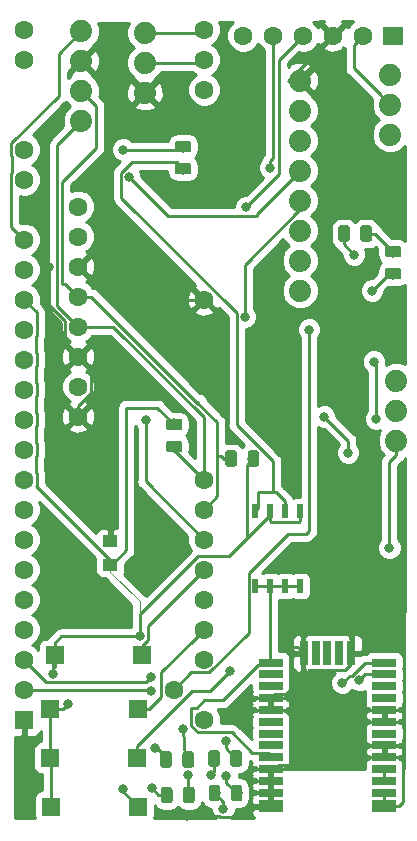
<source format=gbr>
G04 #@! TF.GenerationSoftware,KiCad,Pcbnew,(5.0.1)-rc2*
G04 #@! TF.CreationDate,2019-01-10T23:34:48-07:00*
G04 #@! TF.ProjectId,GPSLogger,4750534C6F676765722E6B696361645F,rev?*
G04 #@! TF.SameCoordinates,Original*
G04 #@! TF.FileFunction,Copper,L1,Top,Signal*
G04 #@! TF.FilePolarity,Positive*
%FSLAX46Y46*%
G04 Gerber Fmt 4.6, Leading zero omitted, Abs format (unit mm)*
G04 Created by KiCad (PCBNEW (5.0.1)-rc2) date 1/10/2019 11:34:48 PM*
%MOMM*%
%LPD*%
G01*
G04 APERTURE LIST*
G04 #@! TA.AperFunction,Conductor*
%ADD10C,0.100000*%
G04 #@! TD*
G04 #@! TA.AperFunction,SMDPad,CuDef*
%ADD11C,0.975000*%
G04 #@! TD*
G04 #@! TA.AperFunction,SMDPad,CuDef*
%ADD12R,1.500000X1.500000*%
G04 #@! TD*
G04 #@! TA.AperFunction,ComponentPad*
%ADD13C,1.600000*%
G04 #@! TD*
G04 #@! TA.AperFunction,ComponentPad*
%ADD14R,1.600000X1.600000*%
G04 #@! TD*
G04 #@! TA.AperFunction,SMDPad,CuDef*
%ADD15R,1.250000X1.000000*%
G04 #@! TD*
G04 #@! TA.AperFunction,ComponentPad*
%ADD16C,1.879600*%
G04 #@! TD*
G04 #@! TA.AperFunction,SMDPad,CuDef*
%ADD17R,0.508000X1.143000*%
G04 #@! TD*
G04 #@! TA.AperFunction,SMDPad,CuDef*
%ADD18R,0.700000X2.000000*%
G04 #@! TD*
G04 #@! TA.AperFunction,SMDPad,CuDef*
%ADD19R,2.000000X0.700000*%
G04 #@! TD*
G04 #@! TA.AperFunction,SMDPad,CuDef*
%ADD20R,2.000000X1.000000*%
G04 #@! TD*
G04 #@! TA.AperFunction,ComponentPad*
%ADD21R,1.700000X1.600000*%
G04 #@! TD*
G04 #@! TA.AperFunction,ViaPad*
%ADD22C,0.800000*%
G04 #@! TD*
G04 #@! TA.AperFunction,Conductor*
%ADD23C,0.250000*%
G04 #@! TD*
G04 #@! TA.AperFunction,Conductor*
%ADD24C,0.125000*%
G04 #@! TD*
G04 #@! TA.AperFunction,Conductor*
%ADD25C,0.254000*%
G04 #@! TD*
G04 APERTURE END LIST*
D10*
G04 #@! TO.N,Net-(D3-Pad1)*
G04 #@! TO.C,D3*
G36*
X146396142Y-89217174D02*
X146419803Y-89220684D01*
X146443007Y-89226496D01*
X146465529Y-89234554D01*
X146487153Y-89244782D01*
X146507670Y-89257079D01*
X146526883Y-89271329D01*
X146544607Y-89287393D01*
X146560671Y-89305117D01*
X146574921Y-89324330D01*
X146587218Y-89344847D01*
X146597446Y-89366471D01*
X146605504Y-89388993D01*
X146611316Y-89412197D01*
X146614826Y-89435858D01*
X146616000Y-89459750D01*
X146616000Y-90372250D01*
X146614826Y-90396142D01*
X146611316Y-90419803D01*
X146605504Y-90443007D01*
X146597446Y-90465529D01*
X146587218Y-90487153D01*
X146574921Y-90507670D01*
X146560671Y-90526883D01*
X146544607Y-90544607D01*
X146526883Y-90560671D01*
X146507670Y-90574921D01*
X146487153Y-90587218D01*
X146465529Y-90597446D01*
X146443007Y-90605504D01*
X146419803Y-90611316D01*
X146396142Y-90614826D01*
X146372250Y-90616000D01*
X145884750Y-90616000D01*
X145860858Y-90614826D01*
X145837197Y-90611316D01*
X145813993Y-90605504D01*
X145791471Y-90597446D01*
X145769847Y-90587218D01*
X145749330Y-90574921D01*
X145730117Y-90560671D01*
X145712393Y-90544607D01*
X145696329Y-90526883D01*
X145682079Y-90507670D01*
X145669782Y-90487153D01*
X145659554Y-90465529D01*
X145651496Y-90443007D01*
X145645684Y-90419803D01*
X145642174Y-90396142D01*
X145641000Y-90372250D01*
X145641000Y-89459750D01*
X145642174Y-89435858D01*
X145645684Y-89412197D01*
X145651496Y-89388993D01*
X145659554Y-89366471D01*
X145669782Y-89344847D01*
X145682079Y-89324330D01*
X145696329Y-89305117D01*
X145712393Y-89287393D01*
X145730117Y-89271329D01*
X145749330Y-89257079D01*
X145769847Y-89244782D01*
X145791471Y-89234554D01*
X145813993Y-89226496D01*
X145837197Y-89220684D01*
X145860858Y-89217174D01*
X145884750Y-89216000D01*
X146372250Y-89216000D01*
X146396142Y-89217174D01*
X146396142Y-89217174D01*
G37*
D11*
G04 #@! TD*
G04 #@! TO.P,D3,1*
G04 #@! TO.N,Net-(D3-Pad1)*
X146128500Y-89916000D03*
D10*
G04 #@! TO.N,LED3_P4*
G04 #@! TO.C,D3*
G36*
X148271142Y-89217174D02*
X148294803Y-89220684D01*
X148318007Y-89226496D01*
X148340529Y-89234554D01*
X148362153Y-89244782D01*
X148382670Y-89257079D01*
X148401883Y-89271329D01*
X148419607Y-89287393D01*
X148435671Y-89305117D01*
X148449921Y-89324330D01*
X148462218Y-89344847D01*
X148472446Y-89366471D01*
X148480504Y-89388993D01*
X148486316Y-89412197D01*
X148489826Y-89435858D01*
X148491000Y-89459750D01*
X148491000Y-90372250D01*
X148489826Y-90396142D01*
X148486316Y-90419803D01*
X148480504Y-90443007D01*
X148472446Y-90465529D01*
X148462218Y-90487153D01*
X148449921Y-90507670D01*
X148435671Y-90526883D01*
X148419607Y-90544607D01*
X148401883Y-90560671D01*
X148382670Y-90574921D01*
X148362153Y-90587218D01*
X148340529Y-90597446D01*
X148318007Y-90605504D01*
X148294803Y-90611316D01*
X148271142Y-90614826D01*
X148247250Y-90616000D01*
X147759750Y-90616000D01*
X147735858Y-90614826D01*
X147712197Y-90611316D01*
X147688993Y-90605504D01*
X147666471Y-90597446D01*
X147644847Y-90587218D01*
X147624330Y-90574921D01*
X147605117Y-90560671D01*
X147587393Y-90544607D01*
X147571329Y-90526883D01*
X147557079Y-90507670D01*
X147544782Y-90487153D01*
X147534554Y-90465529D01*
X147526496Y-90443007D01*
X147520684Y-90419803D01*
X147517174Y-90396142D01*
X147516000Y-90372250D01*
X147516000Y-89459750D01*
X147517174Y-89435858D01*
X147520684Y-89412197D01*
X147526496Y-89388993D01*
X147534554Y-89366471D01*
X147544782Y-89344847D01*
X147557079Y-89324330D01*
X147571329Y-89305117D01*
X147587393Y-89287393D01*
X147605117Y-89271329D01*
X147624330Y-89257079D01*
X147644847Y-89244782D01*
X147666471Y-89234554D01*
X147688993Y-89226496D01*
X147712197Y-89220684D01*
X147735858Y-89217174D01*
X147759750Y-89216000D01*
X148247250Y-89216000D01*
X148271142Y-89217174D01*
X148271142Y-89217174D01*
G37*
D11*
G04 #@! TD*
G04 #@! TO.P,D3,2*
G04 #@! TO.N,LED3_P4*
X148003500Y-89916000D03*
D12*
G04 #@! TO.P,J8,1*
G04 #@! TO.N,Fun_Btn_3_P21*
X140025000Y-81150000D03*
G04 #@! TO.P,J8,2*
G04 #@! TO.N,+3V3*
X132625000Y-81150000D03*
G04 #@! TD*
D13*
G04 #@! TO.P,U2,20*
G04 #@! TO.N,GPS_Pwr_En_P28*
X130048000Y-38354000D03*
G04 #@! TO.P,U2,54*
G04 #@! TO.N,USBPwr*
X142748000Y-84074000D03*
G04 #@! TO.P,U2,53*
G04 #@! TO.N,BattPwr*
X145288000Y-86614000D03*
G04 #@! TO.P,U2,51*
G04 #@! TO.N,+3V3*
X145288000Y-81534000D03*
G04 #@! TO.P,U2,50*
G04 #@! TO.N,Fun_Btn_1_P23*
X145288000Y-78994000D03*
G04 #@! TO.P,U2,49*
G04 #@! TO.N,Fun_Btn_2_P22*
X145288000Y-76454000D03*
G04 #@! TO.P,U2,48*
G04 #@! TO.N,Fun_Btn_3_P21*
X145288000Y-73914000D03*
G04 #@! TO.P,U2,47*
G04 #@! TO.N,/Screen_CS_P20*
X145288000Y-71374000D03*
G04 #@! TO.P,U2,46*
G04 #@! TO.N,SCL*
X145288000Y-68834000D03*
G04 #@! TO.P,U2,45*
G04 #@! TO.N,SDA*
X145288000Y-66294000D03*
G04 #@! TO.P,U2,39*
G04 #@! TO.N,BattRtn*
X145288000Y-51054000D03*
D14*
G04 #@! TO.P,U2,1*
X130048000Y-86614000D03*
D13*
G04 #@! TO.P,U2,2*
G04 #@! TO.N,/GPS_Tx_RX1_P0*
X130048000Y-84074000D03*
G04 #@! TO.P,U2,3*
G04 #@! TO.N,/GPS_Rx_TX1_P1*
X130048000Y-81534000D03*
G04 #@! TO.P,U2,4*
G04 #@! TO.N,LED1_P2*
X130048000Y-78994000D03*
G04 #@! TO.P,U2,5*
G04 #@! TO.N,LED2_P3*
X130048000Y-76454000D03*
G04 #@! TO.P,U2,6*
G04 #@! TO.N,LED3_P4*
X130048000Y-73914000D03*
G04 #@! TO.P,U2,7*
G04 #@! TO.N,LED4_P5*
X130048000Y-71374000D03*
G04 #@! TO.P,U2,8*
G04 #@! TO.N,/Screen_RST_P6*
X130048000Y-68834000D03*
G04 #@! TO.P,U2,9*
G04 #@! TO.N,/Screen_BUSY_P7*
X130048000Y-66294000D03*
G04 #@! TO.P,U2,10*
G04 #@! TO.N,/Screen_DC_P8*
X130048000Y-63754000D03*
G04 #@! TO.P,U2,11*
G04 #@! TO.N,/BLE_Tx_RX2_P9*
X130048000Y-61214000D03*
G04 #@! TO.P,U2,12*
G04 #@! TO.N,/BLE_Rx_TX2_P10*
X130048000Y-58674000D03*
G04 #@! TO.P,U2,13*
G04 #@! TO.N,/Screen_DIN_P11*
X130048000Y-56134000D03*
G04 #@! TO.P,U2,32*
G04 #@! TO.N,N/C*
X145288000Y-33274000D03*
G04 #@! TO.P,U2,31*
G04 #@! TO.N,/Debug_Tx_RX5_P34*
X145288000Y-30734000D03*
G04 #@! TO.P,U2,30*
G04 #@! TO.N,/Debug_Rx_TX5_P33*
X145288000Y-28194000D03*
G04 #@! TO.P,U2,24*
G04 #@! TO.N,N/C*
X130048000Y-28194000D03*
G04 #@! TO.P,U2,23*
X130048000Y-30734000D03*
G04 #@! TO.P,U2,14*
X130048000Y-53594000D03*
G04 #@! TO.P,U2,15*
G04 #@! TO.N,+3V3*
X130048000Y-51054000D03*
G04 #@! TO.P,U2,16*
G04 #@! TO.N,N/C*
X130048000Y-48514000D03*
G04 #@! TO.P,U2,19*
G04 #@! TO.N,/Screen_SCK_P27*
X130048000Y-40894000D03*
G04 #@! TO.P,U2,17*
G04 #@! TO.N,/Sensor_PWR_P25*
X130048000Y-45974000D03*
G04 #@! TD*
D15*
G04 #@! TO.P,C2,2*
G04 #@! TO.N,BattRtn*
X137350500Y-71501000D03*
G04 #@! TO.P,C2,1*
G04 #@! TO.N,+3V3*
X137350500Y-73501000D03*
G04 #@! TD*
D16*
G04 #@! TO.P,J1,1*
G04 #@! TO.N,BattRtn*
X140271500Y-33528000D03*
G04 #@! TO.P,J1,2*
G04 #@! TO.N,/Debug_Tx_RX5_P34*
X140271500Y-30988000D03*
G04 #@! TO.P,J1,3*
G04 #@! TO.N,/Debug_Rx_TX5_P33*
X140271500Y-28448000D03*
G04 #@! TD*
G04 #@! TO.P,J3,3*
G04 #@! TO.N,N/C*
X161036000Y-32004000D03*
G04 #@! TO.P,J3,2*
G04 #@! TO.N,/BLE_Pwr*
X161036000Y-34544000D03*
G04 #@! TO.P,J3,1*
G04 #@! TO.N,BattPwr*
X161036000Y-37084000D03*
G04 #@! TD*
G04 #@! TO.P,J4,8*
G04 #@! TO.N,/Screen_BUSY_P7*
X153416000Y-50292000D03*
G04 #@! TO.P,J4,7*
G04 #@! TO.N,/Screen_RST_P6*
X153416000Y-47752000D03*
G04 #@! TO.P,J4,6*
G04 #@! TO.N,/Screen_DC_P8*
X153416000Y-45212000D03*
G04 #@! TO.P,J4,5*
G04 #@! TO.N,/Screen_CS_P20*
X153416000Y-42672000D03*
G04 #@! TO.P,J4,4*
G04 #@! TO.N,/Screen_SCK_P27*
X153416000Y-40132000D03*
G04 #@! TO.P,J4,3*
G04 #@! TO.N,/Screen_DIN_P11*
X153416000Y-37592000D03*
G04 #@! TO.P,J4,2*
G04 #@! TO.N,+3V3*
X153416000Y-35052000D03*
G04 #@! TO.P,J4,1*
G04 #@! TO.N,BattRtn*
X153416000Y-32512000D03*
G04 #@! TD*
G04 #@! TO.P,J9,1*
G04 #@! TO.N,Net-(J10-Pad3)*
X161544000Y-62992000D03*
G04 #@! TO.P,J9,2*
G04 #@! TO.N,Net-(J9-Pad2)*
X161544000Y-60452000D03*
G04 #@! TO.P,J9,3*
G04 #@! TO.N,N/C*
X161544000Y-57912000D03*
G04 #@! TD*
G04 #@! TO.P,U4,1*
G04 #@! TO.N,/Sensor_PWR_P25*
X134874000Y-28321000D03*
G04 #@! TO.P,U4,2*
G04 #@! TO.N,BattRtn*
X134874000Y-30861000D03*
G04 #@! TO.P,U4,3*
G04 #@! TO.N,SCL*
X134874000Y-33401000D03*
G04 #@! TO.P,U4,4*
G04 #@! TO.N,SDA*
X134874000Y-35941000D03*
G04 #@! TD*
D13*
G04 #@! TO.P,U3,1*
G04 #@! TO.N,N/C*
X134620000Y-43180000D03*
G04 #@! TO.P,U3,2*
G04 #@! TO.N,/Sensor_PWR_P25*
X134620000Y-45720000D03*
G04 #@! TO.P,U3,3*
G04 #@! TO.N,BattRtn*
X134620000Y-48260000D03*
G04 #@! TO.P,U3,4*
G04 #@! TO.N,SCL*
X134620000Y-50800000D03*
G04 #@! TO.P,U3,5*
G04 #@! TO.N,SDA*
X134620000Y-53340000D03*
G04 #@! TO.P,U3,6*
G04 #@! TO.N,BattRtn*
X134620000Y-55880000D03*
G04 #@! TO.P,U3,7*
G04 #@! TO.N,N/C*
X134620000Y-58420000D03*
G04 #@! TO.P,U3,8*
G04 #@! TO.N,BattRtn*
X134620000Y-60960000D03*
G04 #@! TD*
D17*
G04 #@! TO.P,U5,1*
G04 #@! TO.N,+3V3*
X153416000Y-68961000D03*
G04 #@! TO.P,U5,2*
G04 #@! TO.N,Net-(R1-Pad1)*
X152146000Y-68961000D03*
G04 #@! TO.P,U5,3*
G04 #@! TO.N,+3V3*
X150876000Y-68961000D03*
G04 #@! TO.P,U5,4*
G04 #@! TO.N,Net-(R1-Pad1)*
X149606000Y-68961000D03*
G04 #@! TO.P,U5,5*
G04 #@! TO.N,GPS_Pwr*
X149606000Y-75311000D03*
G04 #@! TO.P,U5,6*
X150876000Y-75311000D03*
G04 #@! TO.P,U5,7*
X152146000Y-75311000D03*
G04 #@! TO.P,U5,8*
X153416000Y-75311000D03*
G04 #@! TD*
D18*
G04 #@! TO.P,U1,28*
G04 #@! TO.N,N/C*
X156728000Y-80996000D03*
G04 #@! TO.P,U1,29*
X155728000Y-80996000D03*
G04 #@! TO.P,U1,30*
X154728000Y-80996000D03*
G04 #@! TO.P,U1,31*
G04 #@! TO.N,BattRtn*
X153728000Y-80996000D03*
G04 #@! TO.P,U1,27*
X157728000Y-80996000D03*
D19*
G04 #@! TO.P,U1,1*
G04 #@! TO.N,GPS_Pwr*
X150928000Y-81796000D03*
G04 #@! TO.P,U1,2*
G04 #@! TO.N,N/C*
X150928000Y-82796000D03*
G04 #@! TO.P,U1,3*
X150928000Y-83796000D03*
G04 #@! TO.P,U1,4*
G04 #@! TO.N,BattRtn*
X150928000Y-84796000D03*
G04 #@! TO.P,U1,5*
X150928000Y-85796000D03*
G04 #@! TO.P,U1,6*
G04 #@! TO.N,N/C*
X150928000Y-86796000D03*
G04 #@! TO.P,U1,7*
X150928000Y-87796000D03*
G04 #@! TO.P,U1,8*
X150928000Y-88796000D03*
G04 #@! TO.P,U1,9*
G04 #@! TO.N,GPS_Pwr*
X150928000Y-89796000D03*
G04 #@! TO.P,U1,10*
G04 #@! TO.N,BattRtn*
X150928000Y-90796000D03*
G04 #@! TO.P,U1,15*
X160528000Y-92796000D03*
G04 #@! TO.P,U1,16*
G04 #@! TO.N,Net-(U1-Pad16)*
X160528000Y-91796000D03*
G04 #@! TO.P,U1,17*
X160528000Y-90796000D03*
G04 #@! TO.P,U1,18*
G04 #@! TO.N,BattRtn*
X160528000Y-89796000D03*
G04 #@! TO.P,U1,19*
X160528000Y-88796000D03*
G04 #@! TO.P,U1,20*
G04 #@! TO.N,N/C*
X160528000Y-87796000D03*
G04 #@! TO.P,U1,21*
G04 #@! TO.N,BattRtn*
X160528000Y-86796000D03*
G04 #@! TO.P,U1,22*
X160528000Y-85796000D03*
G04 #@! TO.P,U1,23*
G04 #@! TO.N,N/C*
X160528000Y-84796000D03*
G04 #@! TO.P,U1,24*
X160528000Y-83796000D03*
G04 #@! TO.P,U1,25*
G04 #@! TO.N,/GPS_Tx_RX1_P0*
X160528000Y-82796000D03*
G04 #@! TO.P,U1,26*
G04 #@! TO.N,/GPS_Rx_TX1_P1*
X160528000Y-81796000D03*
G04 #@! TO.P,U1,11*
G04 #@! TO.N,BattRtn*
X150928000Y-91796000D03*
G04 #@! TO.P,U1,12*
X150928000Y-92796000D03*
D20*
G04 #@! TO.P,U1,14*
X160528000Y-93946000D03*
G04 #@! TO.P,U1,13*
X150928000Y-93946000D03*
G04 #@! TD*
D13*
G04 #@! TO.P,J2,6*
G04 #@! TO.N,N/C*
X148590000Y-28702000D03*
G04 #@! TO.P,J2,5*
G04 #@! TO.N,/BLE_Rx_TX2_P10*
X151130000Y-28702000D03*
G04 #@! TO.P,J2,4*
G04 #@! TO.N,/BLE_Tx_RX2_P9*
X153670000Y-28702000D03*
D21*
G04 #@! TO.P,J2,1*
G04 #@! TO.N,N/C*
X161290000Y-28702000D03*
D13*
G04 #@! TO.P,J2,2*
G04 #@! TO.N,/BLE_Pwr*
X158750000Y-28702000D03*
G04 #@! TO.P,J2,3*
G04 #@! TO.N,BattRtn*
X156210000Y-28702000D03*
G04 #@! TD*
D10*
G04 #@! TO.N,Net-(D1-Pad1)*
G04 #@! TO.C,D1*
G36*
X146439142Y-92138174D02*
X146462803Y-92141684D01*
X146486007Y-92147496D01*
X146508529Y-92155554D01*
X146530153Y-92165782D01*
X146550670Y-92178079D01*
X146569883Y-92192329D01*
X146587607Y-92208393D01*
X146603671Y-92226117D01*
X146617921Y-92245330D01*
X146630218Y-92265847D01*
X146640446Y-92287471D01*
X146648504Y-92309993D01*
X146654316Y-92333197D01*
X146657826Y-92356858D01*
X146659000Y-92380750D01*
X146659000Y-93293250D01*
X146657826Y-93317142D01*
X146654316Y-93340803D01*
X146648504Y-93364007D01*
X146640446Y-93386529D01*
X146630218Y-93408153D01*
X146617921Y-93428670D01*
X146603671Y-93447883D01*
X146587607Y-93465607D01*
X146569883Y-93481671D01*
X146550670Y-93495921D01*
X146530153Y-93508218D01*
X146508529Y-93518446D01*
X146486007Y-93526504D01*
X146462803Y-93532316D01*
X146439142Y-93535826D01*
X146415250Y-93537000D01*
X145927750Y-93537000D01*
X145903858Y-93535826D01*
X145880197Y-93532316D01*
X145856993Y-93526504D01*
X145834471Y-93518446D01*
X145812847Y-93508218D01*
X145792330Y-93495921D01*
X145773117Y-93481671D01*
X145755393Y-93465607D01*
X145739329Y-93447883D01*
X145725079Y-93428670D01*
X145712782Y-93408153D01*
X145702554Y-93386529D01*
X145694496Y-93364007D01*
X145688684Y-93340803D01*
X145685174Y-93317142D01*
X145684000Y-93293250D01*
X145684000Y-92380750D01*
X145685174Y-92356858D01*
X145688684Y-92333197D01*
X145694496Y-92309993D01*
X145702554Y-92287471D01*
X145712782Y-92265847D01*
X145725079Y-92245330D01*
X145739329Y-92226117D01*
X145755393Y-92208393D01*
X145773117Y-92192329D01*
X145792330Y-92178079D01*
X145812847Y-92165782D01*
X145834471Y-92155554D01*
X145856993Y-92147496D01*
X145880197Y-92141684D01*
X145903858Y-92138174D01*
X145927750Y-92137000D01*
X146415250Y-92137000D01*
X146439142Y-92138174D01*
X146439142Y-92138174D01*
G37*
D11*
G04 #@! TD*
G04 #@! TO.P,D1,1*
G04 #@! TO.N,Net-(D1-Pad1)*
X146171500Y-92837000D03*
D10*
G04 #@! TO.N,LED1_P2*
G04 #@! TO.C,D1*
G36*
X148314142Y-92138174D02*
X148337803Y-92141684D01*
X148361007Y-92147496D01*
X148383529Y-92155554D01*
X148405153Y-92165782D01*
X148425670Y-92178079D01*
X148444883Y-92192329D01*
X148462607Y-92208393D01*
X148478671Y-92226117D01*
X148492921Y-92245330D01*
X148505218Y-92265847D01*
X148515446Y-92287471D01*
X148523504Y-92309993D01*
X148529316Y-92333197D01*
X148532826Y-92356858D01*
X148534000Y-92380750D01*
X148534000Y-93293250D01*
X148532826Y-93317142D01*
X148529316Y-93340803D01*
X148523504Y-93364007D01*
X148515446Y-93386529D01*
X148505218Y-93408153D01*
X148492921Y-93428670D01*
X148478671Y-93447883D01*
X148462607Y-93465607D01*
X148444883Y-93481671D01*
X148425670Y-93495921D01*
X148405153Y-93508218D01*
X148383529Y-93518446D01*
X148361007Y-93526504D01*
X148337803Y-93532316D01*
X148314142Y-93535826D01*
X148290250Y-93537000D01*
X147802750Y-93537000D01*
X147778858Y-93535826D01*
X147755197Y-93532316D01*
X147731993Y-93526504D01*
X147709471Y-93518446D01*
X147687847Y-93508218D01*
X147667330Y-93495921D01*
X147648117Y-93481671D01*
X147630393Y-93465607D01*
X147614329Y-93447883D01*
X147600079Y-93428670D01*
X147587782Y-93408153D01*
X147577554Y-93386529D01*
X147569496Y-93364007D01*
X147563684Y-93340803D01*
X147560174Y-93317142D01*
X147559000Y-93293250D01*
X147559000Y-92380750D01*
X147560174Y-92356858D01*
X147563684Y-92333197D01*
X147569496Y-92309993D01*
X147577554Y-92287471D01*
X147587782Y-92265847D01*
X147600079Y-92245330D01*
X147614329Y-92226117D01*
X147630393Y-92208393D01*
X147648117Y-92192329D01*
X147667330Y-92178079D01*
X147687847Y-92165782D01*
X147709471Y-92155554D01*
X147731993Y-92147496D01*
X147755197Y-92141684D01*
X147778858Y-92138174D01*
X147802750Y-92137000D01*
X148290250Y-92137000D01*
X148314142Y-92138174D01*
X148314142Y-92138174D01*
G37*
D11*
G04 #@! TD*
G04 #@! TO.P,D1,2*
G04 #@! TO.N,LED1_P2*
X148046500Y-92837000D03*
D10*
G04 #@! TO.N,LED2_P3*
G04 #@! TO.C,D2*
G36*
X144267642Y-92301174D02*
X144291303Y-92304684D01*
X144314507Y-92310496D01*
X144337029Y-92318554D01*
X144358653Y-92328782D01*
X144379170Y-92341079D01*
X144398383Y-92355329D01*
X144416107Y-92371393D01*
X144432171Y-92389117D01*
X144446421Y-92408330D01*
X144458718Y-92428847D01*
X144468946Y-92450471D01*
X144477004Y-92472993D01*
X144482816Y-92496197D01*
X144486326Y-92519858D01*
X144487500Y-92543750D01*
X144487500Y-93456250D01*
X144486326Y-93480142D01*
X144482816Y-93503803D01*
X144477004Y-93527007D01*
X144468946Y-93549529D01*
X144458718Y-93571153D01*
X144446421Y-93591670D01*
X144432171Y-93610883D01*
X144416107Y-93628607D01*
X144398383Y-93644671D01*
X144379170Y-93658921D01*
X144358653Y-93671218D01*
X144337029Y-93681446D01*
X144314507Y-93689504D01*
X144291303Y-93695316D01*
X144267642Y-93698826D01*
X144243750Y-93700000D01*
X143756250Y-93700000D01*
X143732358Y-93698826D01*
X143708697Y-93695316D01*
X143685493Y-93689504D01*
X143662971Y-93681446D01*
X143641347Y-93671218D01*
X143620830Y-93658921D01*
X143601617Y-93644671D01*
X143583893Y-93628607D01*
X143567829Y-93610883D01*
X143553579Y-93591670D01*
X143541282Y-93571153D01*
X143531054Y-93549529D01*
X143522996Y-93527007D01*
X143517184Y-93503803D01*
X143513674Y-93480142D01*
X143512500Y-93456250D01*
X143512500Y-92543750D01*
X143513674Y-92519858D01*
X143517184Y-92496197D01*
X143522996Y-92472993D01*
X143531054Y-92450471D01*
X143541282Y-92428847D01*
X143553579Y-92408330D01*
X143567829Y-92389117D01*
X143583893Y-92371393D01*
X143601617Y-92355329D01*
X143620830Y-92341079D01*
X143641347Y-92328782D01*
X143662971Y-92318554D01*
X143685493Y-92310496D01*
X143708697Y-92304684D01*
X143732358Y-92301174D01*
X143756250Y-92300000D01*
X144243750Y-92300000D01*
X144267642Y-92301174D01*
X144267642Y-92301174D01*
G37*
D11*
G04 #@! TD*
G04 #@! TO.P,D2,2*
G04 #@! TO.N,LED2_P3*
X144000000Y-93000000D03*
D10*
G04 #@! TO.N,Net-(D2-Pad1)*
G04 #@! TO.C,D2*
G36*
X142392642Y-92301174D02*
X142416303Y-92304684D01*
X142439507Y-92310496D01*
X142462029Y-92318554D01*
X142483653Y-92328782D01*
X142504170Y-92341079D01*
X142523383Y-92355329D01*
X142541107Y-92371393D01*
X142557171Y-92389117D01*
X142571421Y-92408330D01*
X142583718Y-92428847D01*
X142593946Y-92450471D01*
X142602004Y-92472993D01*
X142607816Y-92496197D01*
X142611326Y-92519858D01*
X142612500Y-92543750D01*
X142612500Y-93456250D01*
X142611326Y-93480142D01*
X142607816Y-93503803D01*
X142602004Y-93527007D01*
X142593946Y-93549529D01*
X142583718Y-93571153D01*
X142571421Y-93591670D01*
X142557171Y-93610883D01*
X142541107Y-93628607D01*
X142523383Y-93644671D01*
X142504170Y-93658921D01*
X142483653Y-93671218D01*
X142462029Y-93681446D01*
X142439507Y-93689504D01*
X142416303Y-93695316D01*
X142392642Y-93698826D01*
X142368750Y-93700000D01*
X141881250Y-93700000D01*
X141857358Y-93698826D01*
X141833697Y-93695316D01*
X141810493Y-93689504D01*
X141787971Y-93681446D01*
X141766347Y-93671218D01*
X141745830Y-93658921D01*
X141726617Y-93644671D01*
X141708893Y-93628607D01*
X141692829Y-93610883D01*
X141678579Y-93591670D01*
X141666282Y-93571153D01*
X141656054Y-93549529D01*
X141647996Y-93527007D01*
X141642184Y-93503803D01*
X141638674Y-93480142D01*
X141637500Y-93456250D01*
X141637500Y-92543750D01*
X141638674Y-92519858D01*
X141642184Y-92496197D01*
X141647996Y-92472993D01*
X141656054Y-92450471D01*
X141666282Y-92428847D01*
X141678579Y-92408330D01*
X141692829Y-92389117D01*
X141708893Y-92371393D01*
X141726617Y-92355329D01*
X141745830Y-92341079D01*
X141766347Y-92328782D01*
X141787971Y-92318554D01*
X141810493Y-92310496D01*
X141833697Y-92304684D01*
X141857358Y-92301174D01*
X141881250Y-92300000D01*
X142368750Y-92300000D01*
X142392642Y-92301174D01*
X142392642Y-92301174D01*
G37*
D11*
G04 #@! TD*
G04 #@! TO.P,D2,1*
G04 #@! TO.N,Net-(D2-Pad1)*
X142125000Y-93000000D03*
D10*
G04 #@! TO.N,Net-(D4-Pad1)*
G04 #@! TO.C,D4*
G36*
X142330142Y-89301174D02*
X142353803Y-89304684D01*
X142377007Y-89310496D01*
X142399529Y-89318554D01*
X142421153Y-89328782D01*
X142441670Y-89341079D01*
X142460883Y-89355329D01*
X142478607Y-89371393D01*
X142494671Y-89389117D01*
X142508921Y-89408330D01*
X142521218Y-89428847D01*
X142531446Y-89450471D01*
X142539504Y-89472993D01*
X142545316Y-89496197D01*
X142548826Y-89519858D01*
X142550000Y-89543750D01*
X142550000Y-90456250D01*
X142548826Y-90480142D01*
X142545316Y-90503803D01*
X142539504Y-90527007D01*
X142531446Y-90549529D01*
X142521218Y-90571153D01*
X142508921Y-90591670D01*
X142494671Y-90610883D01*
X142478607Y-90628607D01*
X142460883Y-90644671D01*
X142441670Y-90658921D01*
X142421153Y-90671218D01*
X142399529Y-90681446D01*
X142377007Y-90689504D01*
X142353803Y-90695316D01*
X142330142Y-90698826D01*
X142306250Y-90700000D01*
X141818750Y-90700000D01*
X141794858Y-90698826D01*
X141771197Y-90695316D01*
X141747993Y-90689504D01*
X141725471Y-90681446D01*
X141703847Y-90671218D01*
X141683330Y-90658921D01*
X141664117Y-90644671D01*
X141646393Y-90628607D01*
X141630329Y-90610883D01*
X141616079Y-90591670D01*
X141603782Y-90571153D01*
X141593554Y-90549529D01*
X141585496Y-90527007D01*
X141579684Y-90503803D01*
X141576174Y-90480142D01*
X141575000Y-90456250D01*
X141575000Y-89543750D01*
X141576174Y-89519858D01*
X141579684Y-89496197D01*
X141585496Y-89472993D01*
X141593554Y-89450471D01*
X141603782Y-89428847D01*
X141616079Y-89408330D01*
X141630329Y-89389117D01*
X141646393Y-89371393D01*
X141664117Y-89355329D01*
X141683330Y-89341079D01*
X141703847Y-89328782D01*
X141725471Y-89318554D01*
X141747993Y-89310496D01*
X141771197Y-89304684D01*
X141794858Y-89301174D01*
X141818750Y-89300000D01*
X142306250Y-89300000D01*
X142330142Y-89301174D01*
X142330142Y-89301174D01*
G37*
D11*
G04 #@! TD*
G04 #@! TO.P,D4,1*
G04 #@! TO.N,Net-(D4-Pad1)*
X142062500Y-90000000D03*
D10*
G04 #@! TO.N,LED4_P5*
G04 #@! TO.C,D4*
G36*
X144205142Y-89301174D02*
X144228803Y-89304684D01*
X144252007Y-89310496D01*
X144274529Y-89318554D01*
X144296153Y-89328782D01*
X144316670Y-89341079D01*
X144335883Y-89355329D01*
X144353607Y-89371393D01*
X144369671Y-89389117D01*
X144383921Y-89408330D01*
X144396218Y-89428847D01*
X144406446Y-89450471D01*
X144414504Y-89472993D01*
X144420316Y-89496197D01*
X144423826Y-89519858D01*
X144425000Y-89543750D01*
X144425000Y-90456250D01*
X144423826Y-90480142D01*
X144420316Y-90503803D01*
X144414504Y-90527007D01*
X144406446Y-90549529D01*
X144396218Y-90571153D01*
X144383921Y-90591670D01*
X144369671Y-90610883D01*
X144353607Y-90628607D01*
X144335883Y-90644671D01*
X144316670Y-90658921D01*
X144296153Y-90671218D01*
X144274529Y-90681446D01*
X144252007Y-90689504D01*
X144228803Y-90695316D01*
X144205142Y-90698826D01*
X144181250Y-90700000D01*
X143693750Y-90700000D01*
X143669858Y-90698826D01*
X143646197Y-90695316D01*
X143622993Y-90689504D01*
X143600471Y-90681446D01*
X143578847Y-90671218D01*
X143558330Y-90658921D01*
X143539117Y-90644671D01*
X143521393Y-90628607D01*
X143505329Y-90610883D01*
X143491079Y-90591670D01*
X143478782Y-90571153D01*
X143468554Y-90549529D01*
X143460496Y-90527007D01*
X143454684Y-90503803D01*
X143451174Y-90480142D01*
X143450000Y-90456250D01*
X143450000Y-89543750D01*
X143451174Y-89519858D01*
X143454684Y-89496197D01*
X143460496Y-89472993D01*
X143468554Y-89450471D01*
X143478782Y-89428847D01*
X143491079Y-89408330D01*
X143505329Y-89389117D01*
X143521393Y-89371393D01*
X143539117Y-89355329D01*
X143558330Y-89341079D01*
X143578847Y-89328782D01*
X143600471Y-89318554D01*
X143622993Y-89310496D01*
X143646197Y-89304684D01*
X143669858Y-89301174D01*
X143693750Y-89300000D01*
X144181250Y-89300000D01*
X144205142Y-89301174D01*
X144205142Y-89301174D01*
G37*
D11*
G04 #@! TD*
G04 #@! TO.P,D4,2*
G04 #@! TO.N,LED4_P5*
X143937500Y-90000000D03*
D10*
G04 #@! TO.N,Net-(D5-Pad2)*
G04 #@! TO.C,D5*
G36*
X161770142Y-46503674D02*
X161793803Y-46507184D01*
X161817007Y-46512996D01*
X161839529Y-46521054D01*
X161861153Y-46531282D01*
X161881670Y-46543579D01*
X161900883Y-46557829D01*
X161918607Y-46573893D01*
X161934671Y-46591617D01*
X161948921Y-46610830D01*
X161961218Y-46631347D01*
X161971446Y-46652971D01*
X161979504Y-46675493D01*
X161985316Y-46698697D01*
X161988826Y-46722358D01*
X161990000Y-46746250D01*
X161990000Y-47233750D01*
X161988826Y-47257642D01*
X161985316Y-47281303D01*
X161979504Y-47304507D01*
X161971446Y-47327029D01*
X161961218Y-47348653D01*
X161948921Y-47369170D01*
X161934671Y-47388383D01*
X161918607Y-47406107D01*
X161900883Y-47422171D01*
X161881670Y-47436421D01*
X161861153Y-47448718D01*
X161839529Y-47458946D01*
X161817007Y-47467004D01*
X161793803Y-47472816D01*
X161770142Y-47476326D01*
X161746250Y-47477500D01*
X160833750Y-47477500D01*
X160809858Y-47476326D01*
X160786197Y-47472816D01*
X160762993Y-47467004D01*
X160740471Y-47458946D01*
X160718847Y-47448718D01*
X160698330Y-47436421D01*
X160679117Y-47422171D01*
X160661393Y-47406107D01*
X160645329Y-47388383D01*
X160631079Y-47369170D01*
X160618782Y-47348653D01*
X160608554Y-47327029D01*
X160600496Y-47304507D01*
X160594684Y-47281303D01*
X160591174Y-47257642D01*
X160590000Y-47233750D01*
X160590000Y-46746250D01*
X160591174Y-46722358D01*
X160594684Y-46698697D01*
X160600496Y-46675493D01*
X160608554Y-46652971D01*
X160618782Y-46631347D01*
X160631079Y-46610830D01*
X160645329Y-46591617D01*
X160661393Y-46573893D01*
X160679117Y-46557829D01*
X160698330Y-46543579D01*
X160718847Y-46531282D01*
X160740471Y-46521054D01*
X160762993Y-46512996D01*
X160786197Y-46507184D01*
X160809858Y-46503674D01*
X160833750Y-46502500D01*
X161746250Y-46502500D01*
X161770142Y-46503674D01*
X161770142Y-46503674D01*
G37*
D11*
G04 #@! TD*
G04 #@! TO.P,D5,2*
G04 #@! TO.N,Net-(D5-Pad2)*
X161290000Y-46990000D03*
D10*
G04 #@! TO.N,/BatteryManagement/NTC*
G04 #@! TO.C,D5*
G36*
X161770142Y-48378674D02*
X161793803Y-48382184D01*
X161817007Y-48387996D01*
X161839529Y-48396054D01*
X161861153Y-48406282D01*
X161881670Y-48418579D01*
X161900883Y-48432829D01*
X161918607Y-48448893D01*
X161934671Y-48466617D01*
X161948921Y-48485830D01*
X161961218Y-48506347D01*
X161971446Y-48527971D01*
X161979504Y-48550493D01*
X161985316Y-48573697D01*
X161988826Y-48597358D01*
X161990000Y-48621250D01*
X161990000Y-49108750D01*
X161988826Y-49132642D01*
X161985316Y-49156303D01*
X161979504Y-49179507D01*
X161971446Y-49202029D01*
X161961218Y-49223653D01*
X161948921Y-49244170D01*
X161934671Y-49263383D01*
X161918607Y-49281107D01*
X161900883Y-49297171D01*
X161881670Y-49311421D01*
X161861153Y-49323718D01*
X161839529Y-49333946D01*
X161817007Y-49342004D01*
X161793803Y-49347816D01*
X161770142Y-49351326D01*
X161746250Y-49352500D01*
X160833750Y-49352500D01*
X160809858Y-49351326D01*
X160786197Y-49347816D01*
X160762993Y-49342004D01*
X160740471Y-49333946D01*
X160718847Y-49323718D01*
X160698330Y-49311421D01*
X160679117Y-49297171D01*
X160661393Y-49281107D01*
X160645329Y-49263383D01*
X160631079Y-49244170D01*
X160618782Y-49223653D01*
X160608554Y-49202029D01*
X160600496Y-49179507D01*
X160594684Y-49156303D01*
X160591174Y-49132642D01*
X160590000Y-49108750D01*
X160590000Y-48621250D01*
X160591174Y-48597358D01*
X160594684Y-48573697D01*
X160600496Y-48550493D01*
X160608554Y-48527971D01*
X160618782Y-48506347D01*
X160631079Y-48485830D01*
X160645329Y-48466617D01*
X160661393Y-48448893D01*
X160679117Y-48432829D01*
X160698330Y-48418579D01*
X160718847Y-48406282D01*
X160740471Y-48396054D01*
X160762993Y-48387996D01*
X160786197Y-48382184D01*
X160809858Y-48378674D01*
X160833750Y-48377500D01*
X161746250Y-48377500D01*
X161770142Y-48378674D01*
X161770142Y-48378674D01*
G37*
D11*
G04 #@! TD*
G04 #@! TO.P,D5,1*
G04 #@! TO.N,/BatteryManagement/NTC*
X161290000Y-48865000D03*
D10*
G04 #@! TO.N,Net-(R1-Pad1)*
G04 #@! TO.C,R1*
G36*
X143990142Y-39488674D02*
X144013803Y-39492184D01*
X144037007Y-39497996D01*
X144059529Y-39506054D01*
X144081153Y-39516282D01*
X144101670Y-39528579D01*
X144120883Y-39542829D01*
X144138607Y-39558893D01*
X144154671Y-39576617D01*
X144168921Y-39595830D01*
X144181218Y-39616347D01*
X144191446Y-39637971D01*
X144199504Y-39660493D01*
X144205316Y-39683697D01*
X144208826Y-39707358D01*
X144210000Y-39731250D01*
X144210000Y-40218750D01*
X144208826Y-40242642D01*
X144205316Y-40266303D01*
X144199504Y-40289507D01*
X144191446Y-40312029D01*
X144181218Y-40333653D01*
X144168921Y-40354170D01*
X144154671Y-40373383D01*
X144138607Y-40391107D01*
X144120883Y-40407171D01*
X144101670Y-40421421D01*
X144081153Y-40433718D01*
X144059529Y-40443946D01*
X144037007Y-40452004D01*
X144013803Y-40457816D01*
X143990142Y-40461326D01*
X143966250Y-40462500D01*
X143053750Y-40462500D01*
X143029858Y-40461326D01*
X143006197Y-40457816D01*
X142982993Y-40452004D01*
X142960471Y-40443946D01*
X142938847Y-40433718D01*
X142918330Y-40421421D01*
X142899117Y-40407171D01*
X142881393Y-40391107D01*
X142865329Y-40373383D01*
X142851079Y-40354170D01*
X142838782Y-40333653D01*
X142828554Y-40312029D01*
X142820496Y-40289507D01*
X142814684Y-40266303D01*
X142811174Y-40242642D01*
X142810000Y-40218750D01*
X142810000Y-39731250D01*
X142811174Y-39707358D01*
X142814684Y-39683697D01*
X142820496Y-39660493D01*
X142828554Y-39637971D01*
X142838782Y-39616347D01*
X142851079Y-39595830D01*
X142865329Y-39576617D01*
X142881393Y-39558893D01*
X142899117Y-39542829D01*
X142918330Y-39528579D01*
X142938847Y-39516282D01*
X142960471Y-39506054D01*
X142982993Y-39497996D01*
X143006197Y-39492184D01*
X143029858Y-39488674D01*
X143053750Y-39487500D01*
X143966250Y-39487500D01*
X143990142Y-39488674D01*
X143990142Y-39488674D01*
G37*
D11*
G04 #@! TD*
G04 #@! TO.P,R1,1*
G04 #@! TO.N,Net-(R1-Pad1)*
X143510000Y-39975000D03*
D10*
G04 #@! TO.N,GPS_Pwr_En_P28*
G04 #@! TO.C,R1*
G36*
X143990142Y-37613674D02*
X144013803Y-37617184D01*
X144037007Y-37622996D01*
X144059529Y-37631054D01*
X144081153Y-37641282D01*
X144101670Y-37653579D01*
X144120883Y-37667829D01*
X144138607Y-37683893D01*
X144154671Y-37701617D01*
X144168921Y-37720830D01*
X144181218Y-37741347D01*
X144191446Y-37762971D01*
X144199504Y-37785493D01*
X144205316Y-37808697D01*
X144208826Y-37832358D01*
X144210000Y-37856250D01*
X144210000Y-38343750D01*
X144208826Y-38367642D01*
X144205316Y-38391303D01*
X144199504Y-38414507D01*
X144191446Y-38437029D01*
X144181218Y-38458653D01*
X144168921Y-38479170D01*
X144154671Y-38498383D01*
X144138607Y-38516107D01*
X144120883Y-38532171D01*
X144101670Y-38546421D01*
X144081153Y-38558718D01*
X144059529Y-38568946D01*
X144037007Y-38577004D01*
X144013803Y-38582816D01*
X143990142Y-38586326D01*
X143966250Y-38587500D01*
X143053750Y-38587500D01*
X143029858Y-38586326D01*
X143006197Y-38582816D01*
X142982993Y-38577004D01*
X142960471Y-38568946D01*
X142938847Y-38558718D01*
X142918330Y-38546421D01*
X142899117Y-38532171D01*
X142881393Y-38516107D01*
X142865329Y-38498383D01*
X142851079Y-38479170D01*
X142838782Y-38458653D01*
X142828554Y-38437029D01*
X142820496Y-38414507D01*
X142814684Y-38391303D01*
X142811174Y-38367642D01*
X142810000Y-38343750D01*
X142810000Y-37856250D01*
X142811174Y-37832358D01*
X142814684Y-37808697D01*
X142820496Y-37785493D01*
X142828554Y-37762971D01*
X142838782Y-37741347D01*
X142851079Y-37720830D01*
X142865329Y-37701617D01*
X142881393Y-37683893D01*
X142899117Y-37667829D01*
X142918330Y-37653579D01*
X142938847Y-37641282D01*
X142960471Y-37631054D01*
X142982993Y-37622996D01*
X143006197Y-37617184D01*
X143029858Y-37613674D01*
X143053750Y-37612500D01*
X143966250Y-37612500D01*
X143990142Y-37613674D01*
X143990142Y-37613674D01*
G37*
D11*
G04 #@! TD*
G04 #@! TO.P,R1,2*
G04 #@! TO.N,GPS_Pwr_En_P28*
X143510000Y-38100000D03*
D10*
G04 #@! TO.N,+3V3*
G04 #@! TO.C,R10*
G36*
X143228142Y-61138674D02*
X143251803Y-61142184D01*
X143275007Y-61147996D01*
X143297529Y-61156054D01*
X143319153Y-61166282D01*
X143339670Y-61178579D01*
X143358883Y-61192829D01*
X143376607Y-61208893D01*
X143392671Y-61226617D01*
X143406921Y-61245830D01*
X143419218Y-61266347D01*
X143429446Y-61287971D01*
X143437504Y-61310493D01*
X143443316Y-61333697D01*
X143446826Y-61357358D01*
X143448000Y-61381250D01*
X143448000Y-61868750D01*
X143446826Y-61892642D01*
X143443316Y-61916303D01*
X143437504Y-61939507D01*
X143429446Y-61962029D01*
X143419218Y-61983653D01*
X143406921Y-62004170D01*
X143392671Y-62023383D01*
X143376607Y-62041107D01*
X143358883Y-62057171D01*
X143339670Y-62071421D01*
X143319153Y-62083718D01*
X143297529Y-62093946D01*
X143275007Y-62102004D01*
X143251803Y-62107816D01*
X143228142Y-62111326D01*
X143204250Y-62112500D01*
X142291750Y-62112500D01*
X142267858Y-62111326D01*
X142244197Y-62107816D01*
X142220993Y-62102004D01*
X142198471Y-62093946D01*
X142176847Y-62083718D01*
X142156330Y-62071421D01*
X142137117Y-62057171D01*
X142119393Y-62041107D01*
X142103329Y-62023383D01*
X142089079Y-62004170D01*
X142076782Y-61983653D01*
X142066554Y-61962029D01*
X142058496Y-61939507D01*
X142052684Y-61916303D01*
X142049174Y-61892642D01*
X142048000Y-61868750D01*
X142048000Y-61381250D01*
X142049174Y-61357358D01*
X142052684Y-61333697D01*
X142058496Y-61310493D01*
X142066554Y-61287971D01*
X142076782Y-61266347D01*
X142089079Y-61245830D01*
X142103329Y-61226617D01*
X142119393Y-61208893D01*
X142137117Y-61192829D01*
X142156330Y-61178579D01*
X142176847Y-61166282D01*
X142198471Y-61156054D01*
X142220993Y-61147996D01*
X142244197Y-61142184D01*
X142267858Y-61138674D01*
X142291750Y-61137500D01*
X143204250Y-61137500D01*
X143228142Y-61138674D01*
X143228142Y-61138674D01*
G37*
D11*
G04 #@! TD*
G04 #@! TO.P,R10,1*
G04 #@! TO.N,+3V3*
X142748000Y-61625000D03*
D10*
G04 #@! TO.N,SDA*
G04 #@! TO.C,R10*
G36*
X143228142Y-63013674D02*
X143251803Y-63017184D01*
X143275007Y-63022996D01*
X143297529Y-63031054D01*
X143319153Y-63041282D01*
X143339670Y-63053579D01*
X143358883Y-63067829D01*
X143376607Y-63083893D01*
X143392671Y-63101617D01*
X143406921Y-63120830D01*
X143419218Y-63141347D01*
X143429446Y-63162971D01*
X143437504Y-63185493D01*
X143443316Y-63208697D01*
X143446826Y-63232358D01*
X143448000Y-63256250D01*
X143448000Y-63743750D01*
X143446826Y-63767642D01*
X143443316Y-63791303D01*
X143437504Y-63814507D01*
X143429446Y-63837029D01*
X143419218Y-63858653D01*
X143406921Y-63879170D01*
X143392671Y-63898383D01*
X143376607Y-63916107D01*
X143358883Y-63932171D01*
X143339670Y-63946421D01*
X143319153Y-63958718D01*
X143297529Y-63968946D01*
X143275007Y-63977004D01*
X143251803Y-63982816D01*
X143228142Y-63986326D01*
X143204250Y-63987500D01*
X142291750Y-63987500D01*
X142267858Y-63986326D01*
X142244197Y-63982816D01*
X142220993Y-63977004D01*
X142198471Y-63968946D01*
X142176847Y-63958718D01*
X142156330Y-63946421D01*
X142137117Y-63932171D01*
X142119393Y-63916107D01*
X142103329Y-63898383D01*
X142089079Y-63879170D01*
X142076782Y-63858653D01*
X142066554Y-63837029D01*
X142058496Y-63814507D01*
X142052684Y-63791303D01*
X142049174Y-63767642D01*
X142048000Y-63743750D01*
X142048000Y-63256250D01*
X142049174Y-63232358D01*
X142052684Y-63208697D01*
X142058496Y-63185493D01*
X142066554Y-63162971D01*
X142076782Y-63141347D01*
X142089079Y-63120830D01*
X142103329Y-63101617D01*
X142119393Y-63083893D01*
X142137117Y-63067829D01*
X142156330Y-63053579D01*
X142176847Y-63041282D01*
X142198471Y-63031054D01*
X142220993Y-63022996D01*
X142244197Y-63017184D01*
X142267858Y-63013674D01*
X142291750Y-63012500D01*
X143204250Y-63012500D01*
X143228142Y-63013674D01*
X143228142Y-63013674D01*
G37*
D11*
G04 #@! TD*
G04 #@! TO.P,R10,2*
G04 #@! TO.N,SDA*
X142748000Y-63500000D03*
D10*
G04 #@! TO.N,SCL*
G04 #@! TO.C,R11*
G36*
X147841642Y-63817174D02*
X147865303Y-63820684D01*
X147888507Y-63826496D01*
X147911029Y-63834554D01*
X147932653Y-63844782D01*
X147953170Y-63857079D01*
X147972383Y-63871329D01*
X147990107Y-63887393D01*
X148006171Y-63905117D01*
X148020421Y-63924330D01*
X148032718Y-63944847D01*
X148042946Y-63966471D01*
X148051004Y-63988993D01*
X148056816Y-64012197D01*
X148060326Y-64035858D01*
X148061500Y-64059750D01*
X148061500Y-64972250D01*
X148060326Y-64996142D01*
X148056816Y-65019803D01*
X148051004Y-65043007D01*
X148042946Y-65065529D01*
X148032718Y-65087153D01*
X148020421Y-65107670D01*
X148006171Y-65126883D01*
X147990107Y-65144607D01*
X147972383Y-65160671D01*
X147953170Y-65174921D01*
X147932653Y-65187218D01*
X147911029Y-65197446D01*
X147888507Y-65205504D01*
X147865303Y-65211316D01*
X147841642Y-65214826D01*
X147817750Y-65216000D01*
X147330250Y-65216000D01*
X147306358Y-65214826D01*
X147282697Y-65211316D01*
X147259493Y-65205504D01*
X147236971Y-65197446D01*
X147215347Y-65187218D01*
X147194830Y-65174921D01*
X147175617Y-65160671D01*
X147157893Y-65144607D01*
X147141829Y-65126883D01*
X147127579Y-65107670D01*
X147115282Y-65087153D01*
X147105054Y-65065529D01*
X147096996Y-65043007D01*
X147091184Y-65019803D01*
X147087674Y-64996142D01*
X147086500Y-64972250D01*
X147086500Y-64059750D01*
X147087674Y-64035858D01*
X147091184Y-64012197D01*
X147096996Y-63988993D01*
X147105054Y-63966471D01*
X147115282Y-63944847D01*
X147127579Y-63924330D01*
X147141829Y-63905117D01*
X147157893Y-63887393D01*
X147175617Y-63871329D01*
X147194830Y-63857079D01*
X147215347Y-63844782D01*
X147236971Y-63834554D01*
X147259493Y-63826496D01*
X147282697Y-63820684D01*
X147306358Y-63817174D01*
X147330250Y-63816000D01*
X147817750Y-63816000D01*
X147841642Y-63817174D01*
X147841642Y-63817174D01*
G37*
D11*
G04 #@! TD*
G04 #@! TO.P,R11,2*
G04 #@! TO.N,SCL*
X147574000Y-64516000D03*
D10*
G04 #@! TO.N,+3V3*
G04 #@! TO.C,R11*
G36*
X149716642Y-63817174D02*
X149740303Y-63820684D01*
X149763507Y-63826496D01*
X149786029Y-63834554D01*
X149807653Y-63844782D01*
X149828170Y-63857079D01*
X149847383Y-63871329D01*
X149865107Y-63887393D01*
X149881171Y-63905117D01*
X149895421Y-63924330D01*
X149907718Y-63944847D01*
X149917946Y-63966471D01*
X149926004Y-63988993D01*
X149931816Y-64012197D01*
X149935326Y-64035858D01*
X149936500Y-64059750D01*
X149936500Y-64972250D01*
X149935326Y-64996142D01*
X149931816Y-65019803D01*
X149926004Y-65043007D01*
X149917946Y-65065529D01*
X149907718Y-65087153D01*
X149895421Y-65107670D01*
X149881171Y-65126883D01*
X149865107Y-65144607D01*
X149847383Y-65160671D01*
X149828170Y-65174921D01*
X149807653Y-65187218D01*
X149786029Y-65197446D01*
X149763507Y-65205504D01*
X149740303Y-65211316D01*
X149716642Y-65214826D01*
X149692750Y-65216000D01*
X149205250Y-65216000D01*
X149181358Y-65214826D01*
X149157697Y-65211316D01*
X149134493Y-65205504D01*
X149111971Y-65197446D01*
X149090347Y-65187218D01*
X149069830Y-65174921D01*
X149050617Y-65160671D01*
X149032893Y-65144607D01*
X149016829Y-65126883D01*
X149002579Y-65107670D01*
X148990282Y-65087153D01*
X148980054Y-65065529D01*
X148971996Y-65043007D01*
X148966184Y-65019803D01*
X148962674Y-64996142D01*
X148961500Y-64972250D01*
X148961500Y-64059750D01*
X148962674Y-64035858D01*
X148966184Y-64012197D01*
X148971996Y-63988993D01*
X148980054Y-63966471D01*
X148990282Y-63944847D01*
X149002579Y-63924330D01*
X149016829Y-63905117D01*
X149032893Y-63887393D01*
X149050617Y-63871329D01*
X149069830Y-63857079D01*
X149090347Y-63844782D01*
X149111971Y-63834554D01*
X149134493Y-63826496D01*
X149157697Y-63820684D01*
X149181358Y-63817174D01*
X149205250Y-63816000D01*
X149692750Y-63816000D01*
X149716642Y-63817174D01*
X149716642Y-63817174D01*
G37*
D11*
G04 #@! TD*
G04 #@! TO.P,R11,1*
G04 #@! TO.N,+3V3*
X149449000Y-64516000D03*
D10*
G04 #@! TO.N,Net-(D5-Pad2)*
G04 #@! TO.C,R13*
G36*
X159271642Y-44767174D02*
X159295303Y-44770684D01*
X159318507Y-44776496D01*
X159341029Y-44784554D01*
X159362653Y-44794782D01*
X159383170Y-44807079D01*
X159402383Y-44821329D01*
X159420107Y-44837393D01*
X159436171Y-44855117D01*
X159450421Y-44874330D01*
X159462718Y-44894847D01*
X159472946Y-44916471D01*
X159481004Y-44938993D01*
X159486816Y-44962197D01*
X159490326Y-44985858D01*
X159491500Y-45009750D01*
X159491500Y-45922250D01*
X159490326Y-45946142D01*
X159486816Y-45969803D01*
X159481004Y-45993007D01*
X159472946Y-46015529D01*
X159462718Y-46037153D01*
X159450421Y-46057670D01*
X159436171Y-46076883D01*
X159420107Y-46094607D01*
X159402383Y-46110671D01*
X159383170Y-46124921D01*
X159362653Y-46137218D01*
X159341029Y-46147446D01*
X159318507Y-46155504D01*
X159295303Y-46161316D01*
X159271642Y-46164826D01*
X159247750Y-46166000D01*
X158760250Y-46166000D01*
X158736358Y-46164826D01*
X158712697Y-46161316D01*
X158689493Y-46155504D01*
X158666971Y-46147446D01*
X158645347Y-46137218D01*
X158624830Y-46124921D01*
X158605617Y-46110671D01*
X158587893Y-46094607D01*
X158571829Y-46076883D01*
X158557579Y-46057670D01*
X158545282Y-46037153D01*
X158535054Y-46015529D01*
X158526996Y-45993007D01*
X158521184Y-45969803D01*
X158517674Y-45946142D01*
X158516500Y-45922250D01*
X158516500Y-45009750D01*
X158517674Y-44985858D01*
X158521184Y-44962197D01*
X158526996Y-44938993D01*
X158535054Y-44916471D01*
X158545282Y-44894847D01*
X158557579Y-44874330D01*
X158571829Y-44855117D01*
X158587893Y-44837393D01*
X158605617Y-44821329D01*
X158624830Y-44807079D01*
X158645347Y-44794782D01*
X158666971Y-44784554D01*
X158689493Y-44776496D01*
X158712697Y-44770684D01*
X158736358Y-44767174D01*
X158760250Y-44766000D01*
X159247750Y-44766000D01*
X159271642Y-44767174D01*
X159271642Y-44767174D01*
G37*
D11*
G04 #@! TD*
G04 #@! TO.P,R13,2*
G04 #@! TO.N,Net-(D5-Pad2)*
X159004000Y-45466000D03*
D10*
G04 #@! TO.N,Net-(J9-Pad2)*
G04 #@! TO.C,R13*
G36*
X157396642Y-44767174D02*
X157420303Y-44770684D01*
X157443507Y-44776496D01*
X157466029Y-44784554D01*
X157487653Y-44794782D01*
X157508170Y-44807079D01*
X157527383Y-44821329D01*
X157545107Y-44837393D01*
X157561171Y-44855117D01*
X157575421Y-44874330D01*
X157587718Y-44894847D01*
X157597946Y-44916471D01*
X157606004Y-44938993D01*
X157611816Y-44962197D01*
X157615326Y-44985858D01*
X157616500Y-45009750D01*
X157616500Y-45922250D01*
X157615326Y-45946142D01*
X157611816Y-45969803D01*
X157606004Y-45993007D01*
X157597946Y-46015529D01*
X157587718Y-46037153D01*
X157575421Y-46057670D01*
X157561171Y-46076883D01*
X157545107Y-46094607D01*
X157527383Y-46110671D01*
X157508170Y-46124921D01*
X157487653Y-46137218D01*
X157466029Y-46147446D01*
X157443507Y-46155504D01*
X157420303Y-46161316D01*
X157396642Y-46164826D01*
X157372750Y-46166000D01*
X156885250Y-46166000D01*
X156861358Y-46164826D01*
X156837697Y-46161316D01*
X156814493Y-46155504D01*
X156791971Y-46147446D01*
X156770347Y-46137218D01*
X156749830Y-46124921D01*
X156730617Y-46110671D01*
X156712893Y-46094607D01*
X156696829Y-46076883D01*
X156682579Y-46057670D01*
X156670282Y-46037153D01*
X156660054Y-46015529D01*
X156651996Y-45993007D01*
X156646184Y-45969803D01*
X156642674Y-45946142D01*
X156641500Y-45922250D01*
X156641500Y-45009750D01*
X156642674Y-44985858D01*
X156646184Y-44962197D01*
X156651996Y-44938993D01*
X156660054Y-44916471D01*
X156670282Y-44894847D01*
X156682579Y-44874330D01*
X156696829Y-44855117D01*
X156712893Y-44837393D01*
X156730617Y-44821329D01*
X156749830Y-44807079D01*
X156770347Y-44794782D01*
X156791971Y-44784554D01*
X156814493Y-44776496D01*
X156837697Y-44770684D01*
X156861358Y-44767174D01*
X156885250Y-44766000D01*
X157372750Y-44766000D01*
X157396642Y-44767174D01*
X157396642Y-44767174D01*
G37*
D11*
G04 #@! TD*
G04 #@! TO.P,R13,1*
G04 #@! TO.N,Net-(J9-Pad2)*
X157129000Y-45466000D03*
D12*
G04 #@! TO.P,J5,2*
G04 #@! TO.N,Net-(J5-Pad2)*
X139700000Y-94000000D03*
G04 #@! TO.P,J5,1*
G04 #@! TO.N,+3V3*
X132300000Y-94000000D03*
G04 #@! TD*
G04 #@! TO.P,J6,1*
G04 #@! TO.N,Fun_Btn_1_P23*
X139650000Y-85750000D03*
G04 #@! TO.P,J6,2*
G04 #@! TO.N,+3V3*
X132250000Y-85750000D03*
G04 #@! TD*
G04 #@! TO.P,J7,2*
G04 #@! TO.N,+3V3*
X132225000Y-89850000D03*
G04 #@! TO.P,J7,1*
G04 #@! TO.N,Fun_Btn_2_P22*
X139625000Y-89850000D03*
G04 #@! TD*
D22*
G04 #@! TO.N,BattRtn*
X160782000Y-54864000D03*
X152209500Y-80454500D03*
X132117000Y-48260000D03*
X152146000Y-53594000D03*
X141732000Y-72136000D03*
X158750000Y-74676000D03*
X136652000Y-68326000D03*
X155702000Y-57404000D03*
X161544000Y-44704000D03*
X134112000Y-72390000D03*
X143875000Y-94800000D03*
X152300000Y-64050000D03*
G04 #@! TO.N,+3V3*
X139827000Y-79565500D03*
X133775000Y-85300000D03*
X132475000Y-82750000D03*
G04 #@! TO.N,Net-(D1-Pad1)*
X146925000Y-94150000D03*
G04 #@! TO.N,LED1_P2*
X147175000Y-91400000D03*
G04 #@! TO.N,Net-(D2-Pad1)*
X140875000Y-92451000D03*
G04 #@! TO.N,LED2_P3*
X143950000Y-91325000D03*
G04 #@! TO.N,Net-(D3-Pad1)*
X145900000Y-91325001D03*
G04 #@! TO.N,LED3_P4*
X147150000Y-88400000D03*
G04 #@! TO.N,LED4_P5*
X143475000Y-87400000D03*
G04 #@! TO.N,Net-(D4-Pad1)*
X141150000Y-89003500D03*
G04 #@! TO.N,/BLE_Tx_RX2_P9*
X148844000Y-43243500D03*
G04 #@! TO.N,/BLE_Rx_TX2_P10*
X150876000Y-39878000D03*
G04 #@! TO.N,/Screen_CS_P20*
X148717000Y-52514500D03*
X140335000Y-61214000D03*
G04 #@! TO.N,/Screen_SCK_P27*
X138938000Y-40640000D03*
G04 #@! TO.N,Net-(J5-Pad2)*
X138400000Y-92525000D03*
G04 #@! TO.N,Fun_Btn_2_P22*
X147500000Y-82500000D03*
G04 #@! TO.N,USBPwr*
X154178000Y-53594000D03*
G04 #@! TO.N,/GPS_Rx_TX1_P1*
X157000000Y-83500000D03*
X140775000Y-83025000D03*
G04 #@! TO.N,/GPS_Tx_RX1_P0*
X158432500Y-83248500D03*
X140775000Y-84225000D03*
G04 #@! TO.N,GPS_Pwr_En_P28*
X138430000Y-38354000D03*
G04 #@! TO.N,Net-(J10-Pad3)*
X160972500Y-72072500D03*
G04 #@! TO.N,Net-(C6-Pad2)*
X157480000Y-64008000D03*
X155448000Y-60960000D03*
G04 #@! TO.N,Net-(J9-Pad2)*
X157988000Y-47244000D03*
G04 #@! TO.N,/BatteryManagement/NTC*
X159512000Y-50292000D03*
X159875000Y-61150000D03*
X159650000Y-56300000D03*
G04 #@! TD*
D23*
G04 #@! TO.N,BattRtn*
X150928000Y-91796000D02*
X150928000Y-93946000D01*
X150928000Y-90796000D02*
X150928000Y-91796000D01*
X150928000Y-85796000D02*
X150928000Y-84796000D01*
X151252999Y-84471001D02*
X150928000Y-84796000D01*
X152188001Y-84471001D02*
X151252999Y-84471001D01*
X153728000Y-82931002D02*
X152188001Y-84471001D01*
X153728000Y-80996000D02*
X153728000Y-82931002D01*
X154199003Y-82459999D02*
X153728000Y-82931002D01*
X157199003Y-82459999D02*
X154199003Y-82459999D01*
X157728000Y-81931002D02*
X157199003Y-82459999D01*
X157728000Y-80996000D02*
X157728000Y-81931002D01*
X160528000Y-86796000D02*
X160528000Y-85796000D01*
X160528000Y-93946000D02*
X160528000Y-92796000D01*
X160528000Y-89796000D02*
X160528000Y-88796000D01*
X153186500Y-80454500D02*
X153728000Y-80996000D01*
X152209500Y-80454500D02*
X153186500Y-80454500D01*
X135745001Y-57005001D02*
X134620000Y-55880000D01*
X135745001Y-58960001D02*
X135745001Y-57005001D01*
X134620000Y-60085002D02*
X135745001Y-58960001D01*
X134620000Y-60960000D02*
X134620000Y-60085002D01*
X137414000Y-51054000D02*
X134620000Y-48260000D01*
X145288000Y-51054000D02*
X137414000Y-51054000D01*
X132117000Y-51473410D02*
X132117000Y-48260000D01*
X133494999Y-52851409D02*
X132117000Y-51473410D01*
X134620000Y-55880000D02*
X133494999Y-54754999D01*
X133494999Y-54754999D02*
X133494999Y-52851409D01*
D24*
X137350500Y-63690500D02*
X134620000Y-60960000D01*
X137350500Y-71501000D02*
X137350500Y-63690500D01*
D23*
X153178000Y-86796000D02*
X159385000Y-86796000D01*
X152178000Y-85796000D02*
X153178000Y-86796000D01*
X150928000Y-85796000D02*
X152178000Y-85796000D01*
X159278000Y-86796000D02*
X159385000Y-86796000D01*
X159385000Y-86796000D02*
X160528000Y-86796000D01*
X156178000Y-89796000D02*
X153178000Y-86796000D01*
X160528000Y-89796000D02*
X156178000Y-89796000D01*
X155552999Y-90421001D02*
X156178000Y-89796000D01*
X151640999Y-90421001D02*
X155552999Y-90421001D01*
X151266000Y-90796000D02*
X151640999Y-90421001D01*
X150928000Y-90796000D02*
X151266000Y-90796000D01*
X161778000Y-93946000D02*
X162115500Y-93608500D01*
X160528000Y-93946000D02*
X161778000Y-93946000D01*
X161778000Y-89796000D02*
X160528000Y-89796000D01*
X162115500Y-90133500D02*
X161778000Y-89796000D01*
X162115500Y-93608500D02*
X162115500Y-90133500D01*
X156210000Y-28702000D02*
X152400000Y-32512000D01*
X152400000Y-32512000D02*
X153416000Y-32512000D01*
X149678000Y-93946000D02*
X150928000Y-93946000D01*
X148799000Y-94825000D02*
X149678000Y-93946000D01*
X146600998Y-94825000D02*
X148799000Y-94825000D01*
X143875000Y-94800000D02*
X146575998Y-94800000D01*
X146575998Y-94800000D02*
X146600998Y-94825000D01*
G04 #@! TO.N,+3V3*
X150876000Y-69782500D02*
X150876000Y-68961000D01*
X150951001Y-69857501D02*
X150876000Y-69782500D01*
X153340999Y-69857501D02*
X150951001Y-69857501D01*
X153416000Y-69782500D02*
X153340999Y-69857501D01*
X153416000Y-68961000D02*
X153416000Y-69782500D01*
X139827000Y-77851000D02*
X139827000Y-79565500D01*
X144747999Y-72788999D02*
X139827000Y-77709998D01*
X147365501Y-72788999D02*
X144747999Y-72788999D01*
X150876000Y-68961000D02*
X150876000Y-69278500D01*
D24*
X139827000Y-76602500D02*
X139827000Y-77851000D01*
X137350500Y-74126000D02*
X139827000Y-76602500D01*
X137350500Y-73501000D02*
X137350500Y-74126000D01*
D23*
X139827000Y-77709998D02*
X139827000Y-77851000D01*
X131123001Y-52129001D02*
X130048000Y-51054000D01*
X131064000Y-54169002D02*
X131123001Y-54110001D01*
X131064000Y-55558998D02*
X131064000Y-54169002D01*
X131123001Y-55617999D02*
X131064000Y-55558998D01*
X131123001Y-56650001D02*
X131123001Y-55617999D01*
X131064000Y-56709002D02*
X131123001Y-56650001D01*
X131064000Y-58098998D02*
X131064000Y-56709002D01*
X131123001Y-58157999D02*
X131064000Y-58098998D01*
X131123001Y-59190001D02*
X131123001Y-58157999D01*
X131064000Y-59249002D02*
X131123001Y-59190001D01*
X131064000Y-60638998D02*
X131064000Y-59249002D01*
X131123001Y-60697999D02*
X131064000Y-60638998D01*
X131123001Y-61730001D02*
X131123001Y-60697999D01*
X131064000Y-63178998D02*
X131064000Y-61789002D01*
X131123001Y-63237999D02*
X131064000Y-63178998D01*
X131123001Y-64270001D02*
X131123001Y-63237999D01*
X131064000Y-64329002D02*
X131123001Y-64270001D01*
X131064000Y-65718998D02*
X131064000Y-64329002D01*
X131123001Y-65777999D02*
X131064000Y-65718998D01*
X131123001Y-54110001D02*
X131123001Y-52129001D01*
X131081250Y-66851752D02*
X131123001Y-66810001D01*
X131064000Y-61789002D02*
X131123001Y-61730001D01*
X137350500Y-73121002D02*
X131081250Y-66851752D01*
X131123001Y-66810001D02*
X131123001Y-65777999D01*
X137350500Y-73501000D02*
X137350500Y-73121002D01*
X148892763Y-71261737D02*
X148780500Y-71374000D01*
X148892763Y-65072237D02*
X148892763Y-71261737D01*
X149449000Y-64516000D02*
X148892763Y-65072237D01*
X150876000Y-69278500D02*
X148780500Y-71374000D01*
X148780500Y-71374000D02*
X147365501Y-72788999D01*
X142748000Y-61625000D02*
X141321000Y-60198000D01*
X141321000Y-60198000D02*
X138684000Y-60198000D01*
X137475500Y-73501000D02*
X137350500Y-73501000D01*
X138684000Y-72292500D02*
X137475500Y-73501000D01*
X138684000Y-60198000D02*
X138684000Y-72292500D01*
X132300000Y-89925000D02*
X132225000Y-89850000D01*
X132300000Y-94000000D02*
X132300000Y-89925000D01*
X132225000Y-85775000D02*
X132250000Y-85750000D01*
X132225000Y-89850000D02*
X132225000Y-85775000D01*
X132625000Y-85375000D02*
X132250000Y-85750000D01*
X132625000Y-80150000D02*
X132625000Y-81150000D01*
X133209500Y-79565500D02*
X132625000Y-80150000D01*
X139827000Y-79565500D02*
X133209500Y-79565500D01*
X132625000Y-81150000D02*
X132625000Y-82150000D01*
X132250000Y-85750000D02*
X133325000Y-85750000D01*
X133325000Y-85750000D02*
X133775000Y-85300000D01*
X132475000Y-81300000D02*
X132625000Y-81150000D01*
X132475000Y-82750000D02*
X132475000Y-81300000D01*
G04 #@! TO.N,Net-(D1-Pad1)*
X146925000Y-93590500D02*
X146171500Y-92837000D01*
X146925000Y-94150000D02*
X146925000Y-93590500D01*
G04 #@! TO.N,LED1_P2*
X147175000Y-91965500D02*
X148046500Y-92837000D01*
X147175000Y-91400000D02*
X147175000Y-91965500D01*
G04 #@! TO.N,Net-(D2-Pad1)*
X142125000Y-93000000D02*
X141424000Y-93000000D01*
X141424000Y-93000000D02*
X140875000Y-92451000D01*
G04 #@! TO.N,LED2_P3*
X143950000Y-92950000D02*
X144000000Y-93000000D01*
X143950000Y-91325000D02*
X143950000Y-92950000D01*
G04 #@! TO.N,Net-(D3-Pad1)*
X146128500Y-89916000D02*
X146128500Y-91096501D01*
X146128500Y-91096501D02*
X145900000Y-91325001D01*
G04 #@! TO.N,LED3_P4*
X147150000Y-89062500D02*
X148003500Y-89916000D01*
X147150000Y-88400000D02*
X147150000Y-89062500D01*
G04 #@! TO.N,LED4_P5*
X143475000Y-87400000D02*
X143700000Y-89762500D01*
X143700000Y-89762500D02*
X143937500Y-90000000D01*
G04 #@! TO.N,Net-(D4-Pad1)*
X142062500Y-90000000D02*
X141896500Y-90000000D01*
X142062500Y-90000000D02*
X142062500Y-89787500D01*
X142062500Y-89787500D02*
X141200000Y-88925000D01*
G04 #@! TO.N,Net-(D5-Pad2)*
X159766000Y-45466000D02*
X159004000Y-45466000D01*
X161290000Y-46990000D02*
X159766000Y-45466000D01*
G04 #@! TO.N,/Debug_Tx_RX5_P34*
X145034000Y-30988000D02*
X145288000Y-30734000D01*
X140271500Y-30988000D02*
X145034000Y-30988000D01*
G04 #@! TO.N,/Debug_Rx_TX5_P33*
X145034000Y-28448000D02*
X145288000Y-28194000D01*
X140271500Y-28448000D02*
X145034000Y-28448000D01*
G04 #@! TO.N,/BLE_Pwr*
X160096201Y-33604201D02*
X161036000Y-34544000D01*
X157950001Y-31458001D02*
X160096201Y-33604201D01*
X157950001Y-29501999D02*
X157950001Y-31458001D01*
X158750000Y-28702000D02*
X157950001Y-29501999D01*
G04 #@! TO.N,/BLE_Tx_RX2_P9*
X152870001Y-29501999D02*
X153670000Y-28702000D01*
X148844000Y-43243500D02*
X151638000Y-40449500D01*
X151638000Y-30734000D02*
X153670000Y-28702000D01*
X151638000Y-40449500D02*
X151638000Y-30734000D01*
G04 #@! TO.N,/BLE_Rx_TX2_P10*
X150876000Y-39878000D02*
X150876000Y-39312315D01*
X151130000Y-39058315D02*
X151130000Y-28702000D01*
X150876000Y-39312315D02*
X151130000Y-39058315D01*
G04 #@! TO.N,/Screen_CS_P20*
X153416000Y-43414094D02*
X148717000Y-48113094D01*
X153416000Y-42672000D02*
X153416000Y-43414094D01*
X148717000Y-48113094D02*
X148717000Y-52514500D01*
X140335000Y-66421000D02*
X145288000Y-71374000D01*
X140335000Y-61214000D02*
X140335000Y-66421000D01*
G04 #@! TO.N,/Screen_SCK_P27*
X142266501Y-43968501D02*
X149769999Y-43968501D01*
X138938000Y-40640000D02*
X142266501Y-43968501D01*
X149769999Y-43778001D02*
X153416000Y-40132000D01*
X149769999Y-43968501D02*
X149769999Y-43778001D01*
G04 #@! TO.N,Net-(J5-Pad2)*
X138400000Y-92700000D02*
X139700000Y-94000000D01*
X138400000Y-92525000D02*
X138400000Y-92700000D01*
G04 #@! TO.N,Fun_Btn_1_P23*
X144488001Y-79793999D02*
X145288000Y-78994000D01*
X141672999Y-82609001D02*
X144488001Y-79793999D01*
X141672999Y-84727001D02*
X141672999Y-82609001D01*
X140650000Y-85750000D02*
X141672999Y-84727001D01*
X139650000Y-85750000D02*
X140650000Y-85750000D01*
G04 #@! TO.N,Fun_Btn_2_P22*
X145804998Y-84195002D02*
X147500000Y-82500000D01*
X144279998Y-84195002D02*
X144675000Y-84195002D01*
X139625000Y-88850000D02*
X144279998Y-84195002D01*
X139625000Y-89850000D02*
X139625000Y-88850000D01*
X144500000Y-84195002D02*
X144675000Y-84195002D01*
X144675000Y-84195002D02*
X145804998Y-84195002D01*
G04 #@! TO.N,Fun_Btn_3_P21*
X144488001Y-74713999D02*
X145288000Y-73914000D01*
X140502001Y-78699999D02*
X144488001Y-74713999D01*
X140502001Y-79889501D02*
X140502001Y-78699999D01*
X140025000Y-80366502D02*
X140502001Y-79889501D01*
X140025000Y-81150000D02*
X140025000Y-80366502D01*
G04 #@! TO.N,USBPwr*
X149076999Y-74189001D02*
X152400000Y-70866000D01*
X149076999Y-79269001D02*
X149076999Y-74189001D01*
X145736999Y-82609001D02*
X149076999Y-79269001D01*
X142748000Y-84074000D02*
X144212999Y-82609001D01*
X144212999Y-82609001D02*
X145736999Y-82609001D01*
X152400000Y-70866000D02*
X153924000Y-70866000D01*
X153924000Y-70866000D02*
X154178000Y-70612000D01*
X154178000Y-70612000D02*
X154178000Y-53594000D01*
G04 #@! TO.N,Net-(R1-Pad1)*
X149865000Y-68702000D02*
X149606000Y-68961000D01*
X152146000Y-68139500D02*
X151380000Y-67373500D01*
X152146000Y-68961000D02*
X152146000Y-68139500D01*
X149865000Y-67373500D02*
X149865000Y-68702000D01*
X148041999Y-61675359D02*
X151130000Y-64763360D01*
X142953763Y-39418763D02*
X139160235Y-39418763D01*
X143510000Y-39975000D02*
X142953763Y-39418763D01*
X139160235Y-39418763D02*
X138262999Y-40315999D01*
X138262999Y-40315999D02*
X138262999Y-42437997D01*
X138262999Y-42437997D02*
X148041999Y-52216997D01*
X148041999Y-52216997D02*
X148041999Y-61675359D01*
X151130000Y-64763360D02*
X151130000Y-67373500D01*
X151380000Y-67373500D02*
X151130000Y-67373500D01*
X151130000Y-67373500D02*
X149865000Y-67373500D01*
G04 #@! TO.N,SCL*
X146413001Y-67708999D02*
X145288000Y-68834000D01*
X134620000Y-50800000D02*
X135751370Y-50800000D01*
X136138801Y-38232199D02*
X133292010Y-41078990D01*
X134874000Y-33401000D02*
X136138801Y-34665801D01*
X136138801Y-34665801D02*
X136138801Y-38232199D01*
X133292010Y-41078990D02*
X133292010Y-49720500D01*
X133540500Y-49720500D02*
X134620000Y-50800000D01*
X133292010Y-49720500D02*
X133540500Y-49720500D01*
D24*
X146473000Y-63754000D02*
X146413001Y-63754000D01*
D23*
X146413001Y-61461631D02*
X146413001Y-63754000D01*
X144641370Y-59690000D02*
X146413001Y-61461631D01*
X144780000Y-59690000D02*
X144641370Y-59690000D01*
X135751370Y-50800000D02*
X144641370Y-59690000D01*
X146732500Y-64262000D02*
X146413001Y-64262000D01*
X146986500Y-64516000D02*
X146732500Y-64262000D01*
X147574000Y-64516000D02*
X146986500Y-64516000D01*
X146413001Y-63754000D02*
X146413001Y-64262000D01*
X146413001Y-64262000D02*
X146413001Y-67708999D01*
G04 #@! TO.N,SDA*
X134620000Y-53340000D02*
X137604500Y-53340000D01*
X145288000Y-61023500D02*
X145288000Y-66294000D01*
X137604500Y-53340000D02*
X145288000Y-61023500D01*
X134874000Y-35941000D02*
X132842000Y-37973000D01*
X132842000Y-51562000D02*
X134620000Y-53340000D01*
X132842000Y-37973000D02*
X132842000Y-51562000D01*
X142748000Y-63754000D02*
X142748000Y-63500000D01*
X145288000Y-66294000D02*
X142748000Y-63754000D01*
G04 #@! TO.N,/Sensor_PWR_P25*
X130302000Y-45720000D02*
X130048000Y-45974000D01*
X128972999Y-44898999D02*
X130048000Y-45974000D01*
X128972999Y-40377999D02*
X128972999Y-44898999D01*
X129032000Y-40318998D02*
X128972999Y-40377999D01*
X129032000Y-38929002D02*
X129032000Y-40318998D01*
X128972999Y-38870001D02*
X129032000Y-38929002D01*
X128972999Y-37837999D02*
X128972999Y-38870001D01*
X132969000Y-33841998D02*
X128972999Y-37837999D01*
X132969000Y-30226000D02*
X132969000Y-33841998D01*
X134874000Y-28321000D02*
X132969000Y-30226000D01*
G04 #@! TO.N,/GPS_Rx_TX1_P1*
X157000000Y-83500000D02*
X157599013Y-82900987D01*
X157599013Y-82900987D02*
X157781011Y-82900987D01*
X157781011Y-82900987D02*
X158885998Y-81796000D01*
X158885998Y-81796000D02*
X159278000Y-81796000D01*
X159278000Y-81796000D02*
X160528000Y-81796000D01*
X140375001Y-83424999D02*
X140775000Y-83025000D01*
X140374999Y-83425001D02*
X140375001Y-83424999D01*
X131939001Y-83425001D02*
X140374999Y-83425001D01*
X130048000Y-81534000D02*
X131939001Y-83425001D01*
G04 #@! TO.N,/GPS_Tx_RX1_P0*
X158885000Y-82796000D02*
X160528000Y-82796000D01*
X158432500Y-83248500D02*
X158885000Y-82796000D01*
X140624000Y-84074000D02*
X140775000Y-84225000D01*
X130048000Y-84074000D02*
X140624000Y-84074000D01*
G04 #@! TO.N,GPS_Pwr*
X149606000Y-75311000D02*
X150876000Y-75311000D01*
X150876000Y-75311000D02*
X152336500Y-75311000D01*
X152336500Y-75311000D02*
X153416000Y-75311000D01*
X150876000Y-81744000D02*
X150928000Y-81796000D01*
X150876000Y-75311000D02*
X150876000Y-81744000D01*
X147634003Y-87689001D02*
X144771999Y-87689001D01*
X149366003Y-89421001D02*
X147634003Y-87689001D01*
X150698501Y-89421001D02*
X149366003Y-89421001D01*
X150928000Y-89796000D02*
X150928000Y-89650500D01*
X150928000Y-89650500D02*
X150698501Y-89421001D01*
X144212999Y-87130001D02*
X144212999Y-85657001D01*
X144771999Y-87689001D02*
X144212999Y-87130001D01*
X144653997Y-85657001D02*
X145310998Y-85000000D01*
X144212999Y-85657001D02*
X144653997Y-85657001D01*
X150724000Y-82000000D02*
X150928000Y-81796000D01*
X149878998Y-82000000D02*
X150724000Y-82000000D01*
X146878998Y-85000000D02*
X149878998Y-82000000D01*
X145310998Y-85000000D02*
X146878998Y-85000000D01*
G04 #@! TO.N,Net-(U1-Pad16)*
X160528000Y-90796000D02*
X160528000Y-91796000D01*
G04 #@! TO.N,GPS_Pwr_En_P28*
X143256000Y-38354000D02*
X143510000Y-38100000D01*
X138430000Y-38354000D02*
X143256000Y-38354000D01*
G04 #@! TO.N,Net-(J10-Pad3)*
X160972500Y-64795707D02*
X160972500Y-72072500D01*
X161544000Y-62992000D02*
X161544000Y-64224207D01*
X161544000Y-64224207D02*
X160972500Y-64795707D01*
G04 #@! TO.N,Net-(C6-Pad2)*
X157480000Y-64008000D02*
X157480000Y-62992000D01*
X157480000Y-62992000D02*
X155448000Y-60960000D01*
G04 #@! TO.N,Net-(J9-Pad2)*
X157129000Y-45466000D02*
X157129000Y-46385000D01*
X157129000Y-46385000D02*
X157988000Y-47244000D01*
G04 #@! TO.N,/BatteryManagement/NTC*
X161290000Y-48865000D02*
X160939000Y-48865000D01*
X160939000Y-48865000D02*
X159512000Y-50292000D01*
X159875000Y-61150000D02*
X159875000Y-56525000D01*
X159875000Y-56525000D02*
X159650000Y-56300000D01*
G04 #@! TD*
D25*
G04 #@! TO.N,BattRtn*
G36*
X130175000Y-86487000D02*
X130195000Y-86487000D01*
X130195000Y-86741000D01*
X130175000Y-86741000D01*
X130175000Y-87890250D01*
X130333750Y-88049000D01*
X130974310Y-88049000D01*
X131207699Y-87952327D01*
X131386327Y-87773698D01*
X131465001Y-87583763D01*
X131465000Y-88454549D01*
X131227235Y-88501843D01*
X131017191Y-88642191D01*
X130876843Y-88852235D01*
X130827560Y-89100000D01*
X130827560Y-90600000D01*
X130876843Y-90847765D01*
X131017191Y-91057809D01*
X131227235Y-91198157D01*
X131475000Y-91247440D01*
X131540001Y-91247440D01*
X131540000Y-92604549D01*
X131302235Y-92651843D01*
X131092191Y-92792191D01*
X130951843Y-93002235D01*
X130902560Y-93250000D01*
X130902560Y-94750000D01*
X130944232Y-94959500D01*
X129259678Y-94959500D01*
X129266059Y-88049000D01*
X129762250Y-88049000D01*
X129921000Y-87890250D01*
X129921000Y-86741000D01*
X129901000Y-86741000D01*
X129901000Y-86487000D01*
X129921000Y-86487000D01*
X129921000Y-86467000D01*
X130175000Y-86467000D01*
X130175000Y-86487000D01*
X130175000Y-86487000D01*
G37*
X130175000Y-86487000D02*
X130195000Y-86487000D01*
X130195000Y-86741000D01*
X130175000Y-86741000D01*
X130175000Y-87890250D01*
X130333750Y-88049000D01*
X130974310Y-88049000D01*
X131207699Y-87952327D01*
X131386327Y-87773698D01*
X131465001Y-87583763D01*
X131465000Y-88454549D01*
X131227235Y-88501843D01*
X131017191Y-88642191D01*
X130876843Y-88852235D01*
X130827560Y-89100000D01*
X130827560Y-90600000D01*
X130876843Y-90847765D01*
X131017191Y-91057809D01*
X131227235Y-91198157D01*
X131475000Y-91247440D01*
X131540001Y-91247440D01*
X131540000Y-92604549D01*
X131302235Y-92651843D01*
X131092191Y-92792191D01*
X130951843Y-93002235D01*
X130902560Y-93250000D01*
X130902560Y-94750000D01*
X130944232Y-94959500D01*
X129259678Y-94959500D01*
X129266059Y-88049000D01*
X129762250Y-88049000D01*
X129921000Y-87890250D01*
X129921000Y-86741000D01*
X129901000Y-86741000D01*
X129901000Y-86487000D01*
X129921000Y-86487000D01*
X129921000Y-86467000D01*
X130175000Y-86467000D01*
X130175000Y-86487000D01*
G36*
X157533466Y-27889138D02*
X157486475Y-28002583D01*
X157463864Y-27947995D01*
X157217745Y-27873861D01*
X156389605Y-28702000D01*
X156403748Y-28716142D01*
X156224142Y-28895748D01*
X156210000Y-28881605D01*
X155381861Y-29709745D01*
X155455995Y-29955864D01*
X155993223Y-30148965D01*
X156563454Y-30121778D01*
X156964005Y-29955864D01*
X157038139Y-29709747D01*
X157153014Y-29824622D01*
X157190001Y-29787635D01*
X157190002Y-31383149D01*
X157175113Y-31458001D01*
X157234098Y-31754538D01*
X157258036Y-31790363D01*
X157402073Y-32005930D01*
X157465529Y-32048330D01*
X159515898Y-34098700D01*
X159461200Y-34230753D01*
X159461200Y-34857247D01*
X159700949Y-35436052D01*
X160078897Y-35814000D01*
X159700949Y-36191948D01*
X159461200Y-36770753D01*
X159461200Y-37397247D01*
X159700949Y-37976052D01*
X160143948Y-38419051D01*
X160722753Y-38658800D01*
X161349247Y-38658800D01*
X161928052Y-38419051D01*
X162312186Y-38034917D01*
X162297401Y-46063288D01*
X162087294Y-45922898D01*
X161746250Y-45855060D01*
X161229862Y-45855060D01*
X160356331Y-44981530D01*
X160313929Y-44918071D01*
X160091086Y-44769172D01*
X160071102Y-44668706D01*
X159877916Y-44379584D01*
X159588794Y-44186398D01*
X159247750Y-44118560D01*
X158760250Y-44118560D01*
X158419206Y-44186398D01*
X158130084Y-44379584D01*
X158066500Y-44474744D01*
X158002916Y-44379584D01*
X157713794Y-44186398D01*
X157372750Y-44118560D01*
X156885250Y-44118560D01*
X156544206Y-44186398D01*
X156255084Y-44379584D01*
X156061898Y-44668706D01*
X155994060Y-45009750D01*
X155994060Y-45922250D01*
X156061898Y-46263294D01*
X156255084Y-46552416D01*
X156407697Y-46654389D01*
X156413097Y-46681537D01*
X156532308Y-46859948D01*
X156581072Y-46932929D01*
X156644527Y-46975329D01*
X156953000Y-47283802D01*
X156953000Y-47449874D01*
X157110569Y-47830280D01*
X157401720Y-48121431D01*
X157782126Y-48279000D01*
X158193874Y-48279000D01*
X158574280Y-48121431D01*
X158865431Y-47830280D01*
X159023000Y-47449874D01*
X159023000Y-47038126D01*
X158929932Y-46813440D01*
X159247750Y-46813440D01*
X159588794Y-46745602D01*
X159817790Y-46592591D01*
X159947353Y-46722155D01*
X159942560Y-46746250D01*
X159942560Y-47233750D01*
X160010398Y-47574794D01*
X160203584Y-47863916D01*
X160298744Y-47927500D01*
X160203584Y-47991084D01*
X160010398Y-48280206D01*
X159942560Y-48621250D01*
X159942560Y-48786638D01*
X159472199Y-49257000D01*
X159306126Y-49257000D01*
X158925720Y-49414569D01*
X158634569Y-49705720D01*
X158477000Y-50086126D01*
X158477000Y-50497874D01*
X158634569Y-50878280D01*
X158925720Y-51169431D01*
X159306126Y-51327000D01*
X159717874Y-51327000D01*
X160098280Y-51169431D01*
X160389431Y-50878280D01*
X160547000Y-50497874D01*
X160547000Y-50331801D01*
X160878862Y-49999940D01*
X161746250Y-49999940D01*
X162087294Y-49932102D01*
X162290526Y-49796306D01*
X162278159Y-56511548D01*
X161857247Y-56337200D01*
X161230753Y-56337200D01*
X160656308Y-56575143D01*
X160685000Y-56505874D01*
X160685000Y-56094126D01*
X160527431Y-55713720D01*
X160236280Y-55422569D01*
X159855874Y-55265000D01*
X159444126Y-55265000D01*
X159063720Y-55422569D01*
X158772569Y-55713720D01*
X158615000Y-56094126D01*
X158615000Y-56505874D01*
X158772569Y-56886280D01*
X159063720Y-57177431D01*
X159115001Y-57198672D01*
X159115000Y-60446289D01*
X158997569Y-60563720D01*
X158840000Y-60944126D01*
X158840000Y-61355874D01*
X158997569Y-61736280D01*
X159288720Y-62027431D01*
X159669126Y-62185000D01*
X160080874Y-62185000D01*
X160192948Y-62138577D01*
X159969200Y-62678753D01*
X159969200Y-63305247D01*
X160208949Y-63884052D01*
X160509151Y-64184254D01*
X160488030Y-64205376D01*
X160424571Y-64247778D01*
X160256596Y-64499171D01*
X160212500Y-64720856D01*
X160212500Y-64720860D01*
X160197612Y-64795707D01*
X160212500Y-64870554D01*
X160212501Y-71368788D01*
X160095069Y-71486220D01*
X159937500Y-71866626D01*
X159937500Y-72278374D01*
X160095069Y-72658780D01*
X160386220Y-72949931D01*
X160766626Y-73107500D01*
X161178374Y-73107500D01*
X161558780Y-72949931D01*
X161849931Y-72658780D01*
X162007500Y-72278374D01*
X162007500Y-71866626D01*
X161849931Y-71486220D01*
X161732500Y-71368789D01*
X161732500Y-65110508D01*
X162028473Y-64814536D01*
X162091929Y-64772136D01*
X162259904Y-64520744D01*
X162263442Y-64502957D01*
X162215003Y-90805000D01*
X162175440Y-90805000D01*
X162175440Y-90446000D01*
X162148064Y-90308369D01*
X162163000Y-90272310D01*
X162163000Y-90081750D01*
X162004250Y-89923000D01*
X161888245Y-89923000D01*
X161775765Y-89847843D01*
X161528000Y-89798560D01*
X159528000Y-89798560D01*
X159280235Y-89847843D01*
X159167755Y-89923000D01*
X159051750Y-89923000D01*
X158893000Y-90081750D01*
X158893000Y-90272310D01*
X158907936Y-90308369D01*
X158880560Y-90446000D01*
X158880560Y-90805000D01*
X151892000Y-90805000D01*
X151861835Y-90811000D01*
X151213750Y-90811000D01*
X151101750Y-90923000D01*
X151055000Y-90923000D01*
X151055000Y-91669000D01*
X151075000Y-91669000D01*
X151075000Y-91923000D01*
X151055000Y-91923000D01*
X151055000Y-92669000D01*
X151075000Y-92669000D01*
X151075000Y-92923000D01*
X151055000Y-92923000D01*
X151055000Y-93819000D01*
X151075000Y-93819000D01*
X151075000Y-94073000D01*
X151055000Y-94073000D01*
X151055000Y-94093000D01*
X150801000Y-94093000D01*
X150801000Y-94073000D01*
X149451750Y-94073000D01*
X149293000Y-94231750D01*
X149293000Y-94572310D01*
X149389673Y-94805699D01*
X149543475Y-94959500D01*
X147579211Y-94959500D01*
X147802431Y-94736280D01*
X147960000Y-94355874D01*
X147960000Y-94184440D01*
X148290250Y-94184440D01*
X148631294Y-94116602D01*
X148920416Y-93923416D01*
X149113602Y-93634294D01*
X149181440Y-93293250D01*
X149181440Y-93081750D01*
X149293000Y-93081750D01*
X149293000Y-93272310D01*
X149302813Y-93296000D01*
X149293000Y-93319690D01*
X149293000Y-93660250D01*
X149451750Y-93819000D01*
X150801000Y-93819000D01*
X150801000Y-92923000D01*
X150754250Y-92923000D01*
X150642250Y-92811000D01*
X149801691Y-92811000D01*
X149568302Y-92907673D01*
X149552975Y-92923000D01*
X149451750Y-92923000D01*
X149293000Y-93081750D01*
X149181440Y-93081750D01*
X149181440Y-92380750D01*
X149121966Y-92081750D01*
X149293000Y-92081750D01*
X149293000Y-92272310D01*
X149302813Y-92296000D01*
X149293000Y-92319690D01*
X149293000Y-92510250D01*
X149451750Y-92669000D01*
X149552975Y-92669000D01*
X149568302Y-92684327D01*
X149801691Y-92781000D01*
X150642250Y-92781000D01*
X150754250Y-92669000D01*
X150801000Y-92669000D01*
X150801000Y-91923000D01*
X150754250Y-91923000D01*
X150642250Y-91811000D01*
X149801691Y-91811000D01*
X149568302Y-91907673D01*
X149552975Y-91923000D01*
X149451750Y-91923000D01*
X149293000Y-92081750D01*
X149121966Y-92081750D01*
X149113602Y-92039706D01*
X148920416Y-91750584D01*
X148631294Y-91557398D01*
X148290250Y-91489560D01*
X148210000Y-91489560D01*
X148210000Y-91263440D01*
X148247250Y-91263440D01*
X148588294Y-91195602D01*
X148758684Y-91081750D01*
X149293000Y-91081750D01*
X149293000Y-91272310D01*
X149302813Y-91296000D01*
X149293000Y-91319690D01*
X149293000Y-91510250D01*
X149451750Y-91669000D01*
X149552975Y-91669000D01*
X149568302Y-91684327D01*
X149801691Y-91781000D01*
X150642250Y-91781000D01*
X150754250Y-91669000D01*
X150801000Y-91669000D01*
X150801000Y-90923000D01*
X150754250Y-90923000D01*
X150642250Y-90811000D01*
X149801691Y-90811000D01*
X149568302Y-90907673D01*
X149552975Y-90923000D01*
X149451750Y-90923000D01*
X149293000Y-91081750D01*
X148758684Y-91081750D01*
X148877416Y-91002416D01*
X149070602Y-90713294D01*
X149138440Y-90372250D01*
X149138440Y-90150625D01*
X149287373Y-90180249D01*
X149307936Y-90283631D01*
X149293000Y-90319690D01*
X149293000Y-90510250D01*
X149451750Y-90669000D01*
X149567755Y-90669000D01*
X149680235Y-90744157D01*
X149928000Y-90793440D01*
X151928000Y-90793440D01*
X152175765Y-90744157D01*
X152288245Y-90669000D01*
X152404250Y-90669000D01*
X152563000Y-90510250D01*
X152563000Y-90319690D01*
X152548064Y-90283631D01*
X152575440Y-90146000D01*
X152575440Y-89446000D01*
X152545603Y-89296000D01*
X152575440Y-89146000D01*
X152575440Y-89081750D01*
X158893000Y-89081750D01*
X158893000Y-89272310D01*
X158902813Y-89296000D01*
X158893000Y-89319690D01*
X158893000Y-89510250D01*
X159051750Y-89669000D01*
X159152975Y-89669000D01*
X159168302Y-89684327D01*
X159401691Y-89781000D01*
X160242250Y-89781000D01*
X160354250Y-89669000D01*
X160401000Y-89669000D01*
X160401000Y-88923000D01*
X160655000Y-88923000D01*
X160655000Y-89669000D01*
X160701750Y-89669000D01*
X160813750Y-89781000D01*
X161654309Y-89781000D01*
X161887698Y-89684327D01*
X161903025Y-89669000D01*
X162004250Y-89669000D01*
X162163000Y-89510250D01*
X162163000Y-89319690D01*
X162153187Y-89296000D01*
X162163000Y-89272310D01*
X162163000Y-89081750D01*
X162004250Y-88923000D01*
X161903025Y-88923000D01*
X161887698Y-88907673D01*
X161654309Y-88811000D01*
X160813750Y-88811000D01*
X160701750Y-88923000D01*
X160655000Y-88923000D01*
X160401000Y-88923000D01*
X160354250Y-88923000D01*
X160242250Y-88811000D01*
X159401691Y-88811000D01*
X159168302Y-88907673D01*
X159152975Y-88923000D01*
X159051750Y-88923000D01*
X158893000Y-89081750D01*
X152575440Y-89081750D01*
X152575440Y-88446000D01*
X152545603Y-88296000D01*
X152575440Y-88146000D01*
X152575440Y-87446000D01*
X158880560Y-87446000D01*
X158880560Y-88146000D01*
X158907936Y-88283631D01*
X158893000Y-88319690D01*
X158893000Y-88510250D01*
X159051750Y-88669000D01*
X159167755Y-88669000D01*
X159280235Y-88744157D01*
X159528000Y-88793440D01*
X161528000Y-88793440D01*
X161775765Y-88744157D01*
X161888245Y-88669000D01*
X162004250Y-88669000D01*
X162163000Y-88510250D01*
X162163000Y-88319690D01*
X162148064Y-88283631D01*
X162175440Y-88146000D01*
X162175440Y-87446000D01*
X162148064Y-87308369D01*
X162163000Y-87272310D01*
X162163000Y-87081750D01*
X162004250Y-86923000D01*
X161888245Y-86923000D01*
X161775765Y-86847843D01*
X161528000Y-86798560D01*
X159528000Y-86798560D01*
X159280235Y-86847843D01*
X159167755Y-86923000D01*
X159051750Y-86923000D01*
X158893000Y-87081750D01*
X158893000Y-87272310D01*
X158907936Y-87308369D01*
X158880560Y-87446000D01*
X152575440Y-87446000D01*
X152545603Y-87296000D01*
X152575440Y-87146000D01*
X152575440Y-86446000D01*
X152548064Y-86308369D01*
X152563000Y-86272310D01*
X152563000Y-86081750D01*
X158893000Y-86081750D01*
X158893000Y-86272310D01*
X158902813Y-86296000D01*
X158893000Y-86319690D01*
X158893000Y-86510250D01*
X159051750Y-86669000D01*
X159152975Y-86669000D01*
X159168302Y-86684327D01*
X159401691Y-86781000D01*
X160242250Y-86781000D01*
X160354250Y-86669000D01*
X160401000Y-86669000D01*
X160401000Y-85923000D01*
X160655000Y-85923000D01*
X160655000Y-86669000D01*
X160701750Y-86669000D01*
X160813750Y-86781000D01*
X161654309Y-86781000D01*
X161887698Y-86684327D01*
X161903025Y-86669000D01*
X162004250Y-86669000D01*
X162163000Y-86510250D01*
X162163000Y-86319690D01*
X162153187Y-86296000D01*
X162163000Y-86272310D01*
X162163000Y-86081750D01*
X162004250Y-85923000D01*
X161903025Y-85923000D01*
X161887698Y-85907673D01*
X161654309Y-85811000D01*
X160813750Y-85811000D01*
X160701750Y-85923000D01*
X160655000Y-85923000D01*
X160401000Y-85923000D01*
X160354250Y-85923000D01*
X160242250Y-85811000D01*
X159401691Y-85811000D01*
X159168302Y-85907673D01*
X159152975Y-85923000D01*
X159051750Y-85923000D01*
X158893000Y-86081750D01*
X152563000Y-86081750D01*
X152404250Y-85923000D01*
X152288245Y-85923000D01*
X152175765Y-85847843D01*
X151928000Y-85798560D01*
X149928000Y-85798560D01*
X149680235Y-85847843D01*
X149567755Y-85923000D01*
X149451750Y-85923000D01*
X149293000Y-86081750D01*
X149293000Y-86272310D01*
X149307936Y-86308369D01*
X149280560Y-86446000D01*
X149280560Y-87146000D01*
X149310397Y-87296000D01*
X149280560Y-87446000D01*
X149280560Y-88146000D01*
X149309054Y-88289250D01*
X148224334Y-87204531D01*
X148181932Y-87141072D01*
X147930540Y-86973097D01*
X147708855Y-86929001D01*
X147708850Y-86929001D01*
X147634003Y-86914113D01*
X147559156Y-86929001D01*
X146710755Y-86929001D01*
X146723000Y-86899439D01*
X146723000Y-86328561D01*
X146504534Y-85801138D01*
X146463396Y-85760000D01*
X146804151Y-85760000D01*
X146878998Y-85774888D01*
X146953845Y-85760000D01*
X146953850Y-85760000D01*
X147175535Y-85715904D01*
X147426927Y-85547929D01*
X147469329Y-85484470D01*
X147872049Y-85081750D01*
X149293000Y-85081750D01*
X149293000Y-85272310D01*
X149302813Y-85296000D01*
X149293000Y-85319690D01*
X149293000Y-85510250D01*
X149451750Y-85669000D01*
X149552975Y-85669000D01*
X149568302Y-85684327D01*
X149801691Y-85781000D01*
X150642250Y-85781000D01*
X150754250Y-85669000D01*
X150801000Y-85669000D01*
X150801000Y-84923000D01*
X151055000Y-84923000D01*
X151055000Y-85669000D01*
X151101750Y-85669000D01*
X151213750Y-85781000D01*
X152054309Y-85781000D01*
X152287698Y-85684327D01*
X152303025Y-85669000D01*
X152404250Y-85669000D01*
X152563000Y-85510250D01*
X152563000Y-85319690D01*
X152553187Y-85296000D01*
X152563000Y-85272310D01*
X152563000Y-85081750D01*
X152404250Y-84923000D01*
X152303025Y-84923000D01*
X152287698Y-84907673D01*
X152054309Y-84811000D01*
X151213750Y-84811000D01*
X151101750Y-84923000D01*
X151055000Y-84923000D01*
X150801000Y-84923000D01*
X150754250Y-84923000D01*
X150642250Y-84811000D01*
X149801691Y-84811000D01*
X149568302Y-84907673D01*
X149552975Y-84923000D01*
X149451750Y-84923000D01*
X149293000Y-85081750D01*
X147872049Y-85081750D01*
X149280560Y-83673240D01*
X149280560Y-84146000D01*
X149307936Y-84283631D01*
X149293000Y-84319690D01*
X149293000Y-84510250D01*
X149451750Y-84669000D01*
X149567755Y-84669000D01*
X149680235Y-84744157D01*
X149928000Y-84793440D01*
X151928000Y-84793440D01*
X152175765Y-84744157D01*
X152288245Y-84669000D01*
X152404250Y-84669000D01*
X152563000Y-84510250D01*
X152563000Y-84319690D01*
X152548064Y-84283631D01*
X152575440Y-84146000D01*
X152575440Y-83446000D01*
X152545603Y-83296000D01*
X152575440Y-83146000D01*
X152575440Y-82446000D01*
X152545603Y-82296000D01*
X152575440Y-82146000D01*
X152575440Y-81446000D01*
X152542769Y-81281750D01*
X152743000Y-81281750D01*
X152743000Y-82122310D01*
X152839673Y-82355699D01*
X153018302Y-82534327D01*
X153251691Y-82631000D01*
X153442250Y-82631000D01*
X153601000Y-82472250D01*
X153601000Y-81123000D01*
X152901750Y-81123000D01*
X152743000Y-81281750D01*
X152542769Y-81281750D01*
X152526157Y-81198235D01*
X152385809Y-80988191D01*
X152175765Y-80847843D01*
X151928000Y-80798560D01*
X151636000Y-80798560D01*
X151636000Y-79869690D01*
X152743000Y-79869690D01*
X152743000Y-80710250D01*
X152901750Y-80869000D01*
X153601000Y-80869000D01*
X153601000Y-79996000D01*
X153730560Y-79996000D01*
X153730560Y-81996000D01*
X153779843Y-82243765D01*
X153855000Y-82356245D01*
X153855000Y-82472250D01*
X154013750Y-82631000D01*
X154204309Y-82631000D01*
X154240368Y-82616064D01*
X154378000Y-82643440D01*
X155078000Y-82643440D01*
X155228000Y-82613603D01*
X155378000Y-82643440D01*
X156078000Y-82643440D01*
X156228000Y-82613603D01*
X156378000Y-82643440D01*
X156392849Y-82643440D01*
X156122569Y-82913720D01*
X155965000Y-83294126D01*
X155965000Y-83705874D01*
X156122569Y-84086280D01*
X156413720Y-84377431D01*
X156794126Y-84535000D01*
X157205874Y-84535000D01*
X157586280Y-84377431D01*
X157842000Y-84121711D01*
X157846220Y-84125931D01*
X158226626Y-84283500D01*
X158638374Y-84283500D01*
X158887393Y-84180353D01*
X158910397Y-84296000D01*
X158880560Y-84446000D01*
X158880560Y-85146000D01*
X158907936Y-85283631D01*
X158893000Y-85319690D01*
X158893000Y-85510250D01*
X159051750Y-85669000D01*
X159167755Y-85669000D01*
X159280235Y-85744157D01*
X159528000Y-85793440D01*
X161528000Y-85793440D01*
X161775765Y-85744157D01*
X161888245Y-85669000D01*
X162004250Y-85669000D01*
X162163000Y-85510250D01*
X162163000Y-85319690D01*
X162148064Y-85283631D01*
X162175440Y-85146000D01*
X162175440Y-84446000D01*
X162145603Y-84296000D01*
X162175440Y-84146000D01*
X162175440Y-83446000D01*
X162145603Y-83296000D01*
X162175440Y-83146000D01*
X162175440Y-82446000D01*
X162145603Y-82296000D01*
X162175440Y-82146000D01*
X162175440Y-81446000D01*
X162126157Y-81198235D01*
X161985809Y-80988191D01*
X161775765Y-80847843D01*
X161528000Y-80798560D01*
X159528000Y-80798560D01*
X159280235Y-80847843D01*
X159070191Y-80988191D01*
X159038246Y-81036000D01*
X158960846Y-81036000D01*
X158885998Y-81021112D01*
X158811150Y-81036000D01*
X158811146Y-81036000D01*
X158589461Y-81080096D01*
X158525251Y-81123000D01*
X157855000Y-81123000D01*
X157855000Y-81143000D01*
X157725440Y-81143000D01*
X157725440Y-79996000D01*
X157676157Y-79748235D01*
X157601000Y-79635755D01*
X157601000Y-79519750D01*
X157855000Y-79519750D01*
X157855000Y-80869000D01*
X158554250Y-80869000D01*
X158713000Y-80710250D01*
X158713000Y-79869690D01*
X158616327Y-79636301D01*
X158437698Y-79457673D01*
X158204309Y-79361000D01*
X158013750Y-79361000D01*
X157855000Y-79519750D01*
X157601000Y-79519750D01*
X157442250Y-79361000D01*
X157251691Y-79361000D01*
X157215632Y-79375936D01*
X157078000Y-79348560D01*
X156378000Y-79348560D01*
X156228000Y-79378397D01*
X156078000Y-79348560D01*
X155378000Y-79348560D01*
X155228000Y-79378397D01*
X155078000Y-79348560D01*
X154378000Y-79348560D01*
X154240368Y-79375936D01*
X154204309Y-79361000D01*
X154013750Y-79361000D01*
X153855000Y-79519750D01*
X153855000Y-79635755D01*
X153779843Y-79748235D01*
X153730560Y-79996000D01*
X153601000Y-79996000D01*
X153601000Y-79519750D01*
X153442250Y-79361000D01*
X153251691Y-79361000D01*
X153018302Y-79457673D01*
X152839673Y-79636301D01*
X152743000Y-79869690D01*
X151636000Y-79869690D01*
X151636000Y-76475155D01*
X151644235Y-76480657D01*
X151892000Y-76529940D01*
X152400000Y-76529940D01*
X152647765Y-76480657D01*
X152781000Y-76391632D01*
X152914235Y-76480657D01*
X153162000Y-76529940D01*
X153670000Y-76529940D01*
X153917765Y-76480657D01*
X154127809Y-76340309D01*
X154268157Y-76130265D01*
X154317440Y-75882500D01*
X154317440Y-74739500D01*
X154268157Y-74491735D01*
X154127809Y-74281691D01*
X153917765Y-74141343D01*
X153670000Y-74092060D01*
X153162000Y-74092060D01*
X152914235Y-74141343D01*
X152781000Y-74230368D01*
X152647765Y-74141343D01*
X152400000Y-74092060D01*
X151892000Y-74092060D01*
X151644235Y-74141343D01*
X151511000Y-74230368D01*
X151377765Y-74141343D01*
X151130000Y-74092060D01*
X150622000Y-74092060D01*
X150374235Y-74141343D01*
X150241000Y-74230368D01*
X150162731Y-74178070D01*
X152714802Y-71626000D01*
X153849153Y-71626000D01*
X153924000Y-71640888D01*
X153998847Y-71626000D01*
X153998852Y-71626000D01*
X154220537Y-71581904D01*
X154471929Y-71413929D01*
X154514331Y-71350470D01*
X154662470Y-71202331D01*
X154725929Y-71159929D01*
X154893904Y-70908537D01*
X154938000Y-70686852D01*
X154938000Y-70686848D01*
X154952888Y-70612001D01*
X154938000Y-70537154D01*
X154938000Y-61869027D01*
X155242126Y-61995000D01*
X155408199Y-61995000D01*
X156718744Y-63305545D01*
X156602569Y-63421720D01*
X156445000Y-63802126D01*
X156445000Y-64213874D01*
X156602569Y-64594280D01*
X156893720Y-64885431D01*
X157274126Y-65043000D01*
X157685874Y-65043000D01*
X158066280Y-64885431D01*
X158357431Y-64594280D01*
X158515000Y-64213874D01*
X158515000Y-63802126D01*
X158357431Y-63421720D01*
X158240000Y-63304289D01*
X158240000Y-63066847D01*
X158254888Y-62992000D01*
X158240000Y-62917153D01*
X158240000Y-62917148D01*
X158195904Y-62695463D01*
X158027929Y-62444071D01*
X157964473Y-62401671D01*
X156483000Y-60920199D01*
X156483000Y-60754126D01*
X156325431Y-60373720D01*
X156034280Y-60082569D01*
X155653874Y-59925000D01*
X155242126Y-59925000D01*
X154938000Y-60050973D01*
X154938000Y-54297711D01*
X155055431Y-54180280D01*
X155213000Y-53799874D01*
X155213000Y-53388126D01*
X155055431Y-53007720D01*
X154764280Y-52716569D01*
X154383874Y-52559000D01*
X153972126Y-52559000D01*
X153591720Y-52716569D01*
X153300569Y-53007720D01*
X153143000Y-53388126D01*
X153143000Y-53799874D01*
X153300569Y-54180280D01*
X153418001Y-54297712D01*
X153418000Y-67742060D01*
X153162000Y-67742060D01*
X152914235Y-67791343D01*
X152854211Y-67831450D01*
X152693929Y-67591571D01*
X152630473Y-67549171D01*
X151970331Y-66889030D01*
X151927929Y-66825571D01*
X151890000Y-66800228D01*
X151890000Y-64838207D01*
X151904888Y-64763360D01*
X151890000Y-64688513D01*
X151890000Y-64688508D01*
X151845904Y-64466823D01*
X151677929Y-64215431D01*
X151614473Y-64173031D01*
X148801999Y-61360558D01*
X148801999Y-53549500D01*
X148922874Y-53549500D01*
X149303280Y-53391931D01*
X149594431Y-53100780D01*
X149752000Y-52720374D01*
X149752000Y-52308626D01*
X149594431Y-51928220D01*
X149477000Y-51810789D01*
X149477000Y-48427895D01*
X151998908Y-45905988D01*
X152080949Y-46104052D01*
X152458897Y-46482000D01*
X152080949Y-46859948D01*
X151841200Y-47438753D01*
X151841200Y-48065247D01*
X152080949Y-48644052D01*
X152458897Y-49022000D01*
X152080949Y-49399948D01*
X151841200Y-49978753D01*
X151841200Y-50605247D01*
X152080949Y-51184052D01*
X152523948Y-51627051D01*
X153102753Y-51866800D01*
X153729247Y-51866800D01*
X154308052Y-51627051D01*
X154751051Y-51184052D01*
X154990800Y-50605247D01*
X154990800Y-49978753D01*
X154751051Y-49399948D01*
X154373103Y-49022000D01*
X154751051Y-48644052D01*
X154990800Y-48065247D01*
X154990800Y-47438753D01*
X154751051Y-46859948D01*
X154373103Y-46482000D01*
X154751051Y-46104052D01*
X154990800Y-45525247D01*
X154990800Y-44898753D01*
X154751051Y-44319948D01*
X154373103Y-43942000D01*
X154751051Y-43564052D01*
X154990800Y-42985247D01*
X154990800Y-42358753D01*
X154751051Y-41779948D01*
X154373103Y-41402000D01*
X154751051Y-41024052D01*
X154990800Y-40445247D01*
X154990800Y-39818753D01*
X154751051Y-39239948D01*
X154373103Y-38862000D01*
X154751051Y-38484052D01*
X154990800Y-37905247D01*
X154990800Y-37278753D01*
X154751051Y-36699948D01*
X154373103Y-36322000D01*
X154751051Y-35944052D01*
X154990800Y-35365247D01*
X154990800Y-34738753D01*
X154751051Y-34159948D01*
X154310786Y-33719683D01*
X154345363Y-33620968D01*
X153416000Y-32691605D01*
X153401858Y-32705748D01*
X153222253Y-32526143D01*
X153236395Y-32512000D01*
X153595605Y-32512000D01*
X154524968Y-33441363D01*
X154785580Y-33350077D01*
X155002045Y-32762167D01*
X154977049Y-32136172D01*
X154785580Y-31673923D01*
X154524968Y-31582637D01*
X153595605Y-32512000D01*
X153236395Y-32512000D01*
X153222253Y-32497858D01*
X153401858Y-32318253D01*
X153416000Y-32332395D01*
X154345363Y-31403032D01*
X154254077Y-31142420D01*
X153666167Y-30925955D01*
X153040172Y-30950951D01*
X152577923Y-31142420D01*
X152486638Y-31403030D01*
X152398000Y-31314392D01*
X152398000Y-31048801D01*
X153331698Y-30115103D01*
X153384561Y-30137000D01*
X153955439Y-30137000D01*
X154482862Y-29918534D01*
X154886534Y-29514862D01*
X154933525Y-29401417D01*
X154956136Y-29456005D01*
X155202255Y-29530139D01*
X156030395Y-28702000D01*
X155202255Y-27873861D01*
X154956136Y-27947995D01*
X154935126Y-28006448D01*
X154886534Y-27889138D01*
X154513171Y-27515775D01*
X155437159Y-27510670D01*
X155381861Y-27694255D01*
X156210000Y-28522395D01*
X157038139Y-27694255D01*
X156980273Y-27502144D01*
X157925683Y-27496921D01*
X157533466Y-27889138D01*
X157533466Y-27889138D01*
G37*
X157533466Y-27889138D02*
X157486475Y-28002583D01*
X157463864Y-27947995D01*
X157217745Y-27873861D01*
X156389605Y-28702000D01*
X156403748Y-28716142D01*
X156224142Y-28895748D01*
X156210000Y-28881605D01*
X155381861Y-29709745D01*
X155455995Y-29955864D01*
X155993223Y-30148965D01*
X156563454Y-30121778D01*
X156964005Y-29955864D01*
X157038139Y-29709747D01*
X157153014Y-29824622D01*
X157190001Y-29787635D01*
X157190002Y-31383149D01*
X157175113Y-31458001D01*
X157234098Y-31754538D01*
X157258036Y-31790363D01*
X157402073Y-32005930D01*
X157465529Y-32048330D01*
X159515898Y-34098700D01*
X159461200Y-34230753D01*
X159461200Y-34857247D01*
X159700949Y-35436052D01*
X160078897Y-35814000D01*
X159700949Y-36191948D01*
X159461200Y-36770753D01*
X159461200Y-37397247D01*
X159700949Y-37976052D01*
X160143948Y-38419051D01*
X160722753Y-38658800D01*
X161349247Y-38658800D01*
X161928052Y-38419051D01*
X162312186Y-38034917D01*
X162297401Y-46063288D01*
X162087294Y-45922898D01*
X161746250Y-45855060D01*
X161229862Y-45855060D01*
X160356331Y-44981530D01*
X160313929Y-44918071D01*
X160091086Y-44769172D01*
X160071102Y-44668706D01*
X159877916Y-44379584D01*
X159588794Y-44186398D01*
X159247750Y-44118560D01*
X158760250Y-44118560D01*
X158419206Y-44186398D01*
X158130084Y-44379584D01*
X158066500Y-44474744D01*
X158002916Y-44379584D01*
X157713794Y-44186398D01*
X157372750Y-44118560D01*
X156885250Y-44118560D01*
X156544206Y-44186398D01*
X156255084Y-44379584D01*
X156061898Y-44668706D01*
X155994060Y-45009750D01*
X155994060Y-45922250D01*
X156061898Y-46263294D01*
X156255084Y-46552416D01*
X156407697Y-46654389D01*
X156413097Y-46681537D01*
X156532308Y-46859948D01*
X156581072Y-46932929D01*
X156644527Y-46975329D01*
X156953000Y-47283802D01*
X156953000Y-47449874D01*
X157110569Y-47830280D01*
X157401720Y-48121431D01*
X157782126Y-48279000D01*
X158193874Y-48279000D01*
X158574280Y-48121431D01*
X158865431Y-47830280D01*
X159023000Y-47449874D01*
X159023000Y-47038126D01*
X158929932Y-46813440D01*
X159247750Y-46813440D01*
X159588794Y-46745602D01*
X159817790Y-46592591D01*
X159947353Y-46722155D01*
X159942560Y-46746250D01*
X159942560Y-47233750D01*
X160010398Y-47574794D01*
X160203584Y-47863916D01*
X160298744Y-47927500D01*
X160203584Y-47991084D01*
X160010398Y-48280206D01*
X159942560Y-48621250D01*
X159942560Y-48786638D01*
X159472199Y-49257000D01*
X159306126Y-49257000D01*
X158925720Y-49414569D01*
X158634569Y-49705720D01*
X158477000Y-50086126D01*
X158477000Y-50497874D01*
X158634569Y-50878280D01*
X158925720Y-51169431D01*
X159306126Y-51327000D01*
X159717874Y-51327000D01*
X160098280Y-51169431D01*
X160389431Y-50878280D01*
X160547000Y-50497874D01*
X160547000Y-50331801D01*
X160878862Y-49999940D01*
X161746250Y-49999940D01*
X162087294Y-49932102D01*
X162290526Y-49796306D01*
X162278159Y-56511548D01*
X161857247Y-56337200D01*
X161230753Y-56337200D01*
X160656308Y-56575143D01*
X160685000Y-56505874D01*
X160685000Y-56094126D01*
X160527431Y-55713720D01*
X160236280Y-55422569D01*
X159855874Y-55265000D01*
X159444126Y-55265000D01*
X159063720Y-55422569D01*
X158772569Y-55713720D01*
X158615000Y-56094126D01*
X158615000Y-56505874D01*
X158772569Y-56886280D01*
X159063720Y-57177431D01*
X159115001Y-57198672D01*
X159115000Y-60446289D01*
X158997569Y-60563720D01*
X158840000Y-60944126D01*
X158840000Y-61355874D01*
X158997569Y-61736280D01*
X159288720Y-62027431D01*
X159669126Y-62185000D01*
X160080874Y-62185000D01*
X160192948Y-62138577D01*
X159969200Y-62678753D01*
X159969200Y-63305247D01*
X160208949Y-63884052D01*
X160509151Y-64184254D01*
X160488030Y-64205376D01*
X160424571Y-64247778D01*
X160256596Y-64499171D01*
X160212500Y-64720856D01*
X160212500Y-64720860D01*
X160197612Y-64795707D01*
X160212500Y-64870554D01*
X160212501Y-71368788D01*
X160095069Y-71486220D01*
X159937500Y-71866626D01*
X159937500Y-72278374D01*
X160095069Y-72658780D01*
X160386220Y-72949931D01*
X160766626Y-73107500D01*
X161178374Y-73107500D01*
X161558780Y-72949931D01*
X161849931Y-72658780D01*
X162007500Y-72278374D01*
X162007500Y-71866626D01*
X161849931Y-71486220D01*
X161732500Y-71368789D01*
X161732500Y-65110508D01*
X162028473Y-64814536D01*
X162091929Y-64772136D01*
X162259904Y-64520744D01*
X162263442Y-64502957D01*
X162215003Y-90805000D01*
X162175440Y-90805000D01*
X162175440Y-90446000D01*
X162148064Y-90308369D01*
X162163000Y-90272310D01*
X162163000Y-90081750D01*
X162004250Y-89923000D01*
X161888245Y-89923000D01*
X161775765Y-89847843D01*
X161528000Y-89798560D01*
X159528000Y-89798560D01*
X159280235Y-89847843D01*
X159167755Y-89923000D01*
X159051750Y-89923000D01*
X158893000Y-90081750D01*
X158893000Y-90272310D01*
X158907936Y-90308369D01*
X158880560Y-90446000D01*
X158880560Y-90805000D01*
X151892000Y-90805000D01*
X151861835Y-90811000D01*
X151213750Y-90811000D01*
X151101750Y-90923000D01*
X151055000Y-90923000D01*
X151055000Y-91669000D01*
X151075000Y-91669000D01*
X151075000Y-91923000D01*
X151055000Y-91923000D01*
X151055000Y-92669000D01*
X151075000Y-92669000D01*
X151075000Y-92923000D01*
X151055000Y-92923000D01*
X151055000Y-93819000D01*
X151075000Y-93819000D01*
X151075000Y-94073000D01*
X151055000Y-94073000D01*
X151055000Y-94093000D01*
X150801000Y-94093000D01*
X150801000Y-94073000D01*
X149451750Y-94073000D01*
X149293000Y-94231750D01*
X149293000Y-94572310D01*
X149389673Y-94805699D01*
X149543475Y-94959500D01*
X147579211Y-94959500D01*
X147802431Y-94736280D01*
X147960000Y-94355874D01*
X147960000Y-94184440D01*
X148290250Y-94184440D01*
X148631294Y-94116602D01*
X148920416Y-93923416D01*
X149113602Y-93634294D01*
X149181440Y-93293250D01*
X149181440Y-93081750D01*
X149293000Y-93081750D01*
X149293000Y-93272310D01*
X149302813Y-93296000D01*
X149293000Y-93319690D01*
X149293000Y-93660250D01*
X149451750Y-93819000D01*
X150801000Y-93819000D01*
X150801000Y-92923000D01*
X150754250Y-92923000D01*
X150642250Y-92811000D01*
X149801691Y-92811000D01*
X149568302Y-92907673D01*
X149552975Y-92923000D01*
X149451750Y-92923000D01*
X149293000Y-93081750D01*
X149181440Y-93081750D01*
X149181440Y-92380750D01*
X149121966Y-92081750D01*
X149293000Y-92081750D01*
X149293000Y-92272310D01*
X149302813Y-92296000D01*
X149293000Y-92319690D01*
X149293000Y-92510250D01*
X149451750Y-92669000D01*
X149552975Y-92669000D01*
X149568302Y-92684327D01*
X149801691Y-92781000D01*
X150642250Y-92781000D01*
X150754250Y-92669000D01*
X150801000Y-92669000D01*
X150801000Y-91923000D01*
X150754250Y-91923000D01*
X150642250Y-91811000D01*
X149801691Y-91811000D01*
X149568302Y-91907673D01*
X149552975Y-91923000D01*
X149451750Y-91923000D01*
X149293000Y-92081750D01*
X149121966Y-92081750D01*
X149113602Y-92039706D01*
X148920416Y-91750584D01*
X148631294Y-91557398D01*
X148290250Y-91489560D01*
X148210000Y-91489560D01*
X148210000Y-91263440D01*
X148247250Y-91263440D01*
X148588294Y-91195602D01*
X148758684Y-91081750D01*
X149293000Y-91081750D01*
X149293000Y-91272310D01*
X149302813Y-91296000D01*
X149293000Y-91319690D01*
X149293000Y-91510250D01*
X149451750Y-91669000D01*
X149552975Y-91669000D01*
X149568302Y-91684327D01*
X149801691Y-91781000D01*
X150642250Y-91781000D01*
X150754250Y-91669000D01*
X150801000Y-91669000D01*
X150801000Y-90923000D01*
X150754250Y-90923000D01*
X150642250Y-90811000D01*
X149801691Y-90811000D01*
X149568302Y-90907673D01*
X149552975Y-90923000D01*
X149451750Y-90923000D01*
X149293000Y-91081750D01*
X148758684Y-91081750D01*
X148877416Y-91002416D01*
X149070602Y-90713294D01*
X149138440Y-90372250D01*
X149138440Y-90150625D01*
X149287373Y-90180249D01*
X149307936Y-90283631D01*
X149293000Y-90319690D01*
X149293000Y-90510250D01*
X149451750Y-90669000D01*
X149567755Y-90669000D01*
X149680235Y-90744157D01*
X149928000Y-90793440D01*
X151928000Y-90793440D01*
X152175765Y-90744157D01*
X152288245Y-90669000D01*
X152404250Y-90669000D01*
X152563000Y-90510250D01*
X152563000Y-90319690D01*
X152548064Y-90283631D01*
X152575440Y-90146000D01*
X152575440Y-89446000D01*
X152545603Y-89296000D01*
X152575440Y-89146000D01*
X152575440Y-89081750D01*
X158893000Y-89081750D01*
X158893000Y-89272310D01*
X158902813Y-89296000D01*
X158893000Y-89319690D01*
X158893000Y-89510250D01*
X159051750Y-89669000D01*
X159152975Y-89669000D01*
X159168302Y-89684327D01*
X159401691Y-89781000D01*
X160242250Y-89781000D01*
X160354250Y-89669000D01*
X160401000Y-89669000D01*
X160401000Y-88923000D01*
X160655000Y-88923000D01*
X160655000Y-89669000D01*
X160701750Y-89669000D01*
X160813750Y-89781000D01*
X161654309Y-89781000D01*
X161887698Y-89684327D01*
X161903025Y-89669000D01*
X162004250Y-89669000D01*
X162163000Y-89510250D01*
X162163000Y-89319690D01*
X162153187Y-89296000D01*
X162163000Y-89272310D01*
X162163000Y-89081750D01*
X162004250Y-88923000D01*
X161903025Y-88923000D01*
X161887698Y-88907673D01*
X161654309Y-88811000D01*
X160813750Y-88811000D01*
X160701750Y-88923000D01*
X160655000Y-88923000D01*
X160401000Y-88923000D01*
X160354250Y-88923000D01*
X160242250Y-88811000D01*
X159401691Y-88811000D01*
X159168302Y-88907673D01*
X159152975Y-88923000D01*
X159051750Y-88923000D01*
X158893000Y-89081750D01*
X152575440Y-89081750D01*
X152575440Y-88446000D01*
X152545603Y-88296000D01*
X152575440Y-88146000D01*
X152575440Y-87446000D01*
X158880560Y-87446000D01*
X158880560Y-88146000D01*
X158907936Y-88283631D01*
X158893000Y-88319690D01*
X158893000Y-88510250D01*
X159051750Y-88669000D01*
X159167755Y-88669000D01*
X159280235Y-88744157D01*
X159528000Y-88793440D01*
X161528000Y-88793440D01*
X161775765Y-88744157D01*
X161888245Y-88669000D01*
X162004250Y-88669000D01*
X162163000Y-88510250D01*
X162163000Y-88319690D01*
X162148064Y-88283631D01*
X162175440Y-88146000D01*
X162175440Y-87446000D01*
X162148064Y-87308369D01*
X162163000Y-87272310D01*
X162163000Y-87081750D01*
X162004250Y-86923000D01*
X161888245Y-86923000D01*
X161775765Y-86847843D01*
X161528000Y-86798560D01*
X159528000Y-86798560D01*
X159280235Y-86847843D01*
X159167755Y-86923000D01*
X159051750Y-86923000D01*
X158893000Y-87081750D01*
X158893000Y-87272310D01*
X158907936Y-87308369D01*
X158880560Y-87446000D01*
X152575440Y-87446000D01*
X152545603Y-87296000D01*
X152575440Y-87146000D01*
X152575440Y-86446000D01*
X152548064Y-86308369D01*
X152563000Y-86272310D01*
X152563000Y-86081750D01*
X158893000Y-86081750D01*
X158893000Y-86272310D01*
X158902813Y-86296000D01*
X158893000Y-86319690D01*
X158893000Y-86510250D01*
X159051750Y-86669000D01*
X159152975Y-86669000D01*
X159168302Y-86684327D01*
X159401691Y-86781000D01*
X160242250Y-86781000D01*
X160354250Y-86669000D01*
X160401000Y-86669000D01*
X160401000Y-85923000D01*
X160655000Y-85923000D01*
X160655000Y-86669000D01*
X160701750Y-86669000D01*
X160813750Y-86781000D01*
X161654309Y-86781000D01*
X161887698Y-86684327D01*
X161903025Y-86669000D01*
X162004250Y-86669000D01*
X162163000Y-86510250D01*
X162163000Y-86319690D01*
X162153187Y-86296000D01*
X162163000Y-86272310D01*
X162163000Y-86081750D01*
X162004250Y-85923000D01*
X161903025Y-85923000D01*
X161887698Y-85907673D01*
X161654309Y-85811000D01*
X160813750Y-85811000D01*
X160701750Y-85923000D01*
X160655000Y-85923000D01*
X160401000Y-85923000D01*
X160354250Y-85923000D01*
X160242250Y-85811000D01*
X159401691Y-85811000D01*
X159168302Y-85907673D01*
X159152975Y-85923000D01*
X159051750Y-85923000D01*
X158893000Y-86081750D01*
X152563000Y-86081750D01*
X152404250Y-85923000D01*
X152288245Y-85923000D01*
X152175765Y-85847843D01*
X151928000Y-85798560D01*
X149928000Y-85798560D01*
X149680235Y-85847843D01*
X149567755Y-85923000D01*
X149451750Y-85923000D01*
X149293000Y-86081750D01*
X149293000Y-86272310D01*
X149307936Y-86308369D01*
X149280560Y-86446000D01*
X149280560Y-87146000D01*
X149310397Y-87296000D01*
X149280560Y-87446000D01*
X149280560Y-88146000D01*
X149309054Y-88289250D01*
X148224334Y-87204531D01*
X148181932Y-87141072D01*
X147930540Y-86973097D01*
X147708855Y-86929001D01*
X147708850Y-86929001D01*
X147634003Y-86914113D01*
X147559156Y-86929001D01*
X146710755Y-86929001D01*
X146723000Y-86899439D01*
X146723000Y-86328561D01*
X146504534Y-85801138D01*
X146463396Y-85760000D01*
X146804151Y-85760000D01*
X146878998Y-85774888D01*
X146953845Y-85760000D01*
X146953850Y-85760000D01*
X147175535Y-85715904D01*
X147426927Y-85547929D01*
X147469329Y-85484470D01*
X147872049Y-85081750D01*
X149293000Y-85081750D01*
X149293000Y-85272310D01*
X149302813Y-85296000D01*
X149293000Y-85319690D01*
X149293000Y-85510250D01*
X149451750Y-85669000D01*
X149552975Y-85669000D01*
X149568302Y-85684327D01*
X149801691Y-85781000D01*
X150642250Y-85781000D01*
X150754250Y-85669000D01*
X150801000Y-85669000D01*
X150801000Y-84923000D01*
X151055000Y-84923000D01*
X151055000Y-85669000D01*
X151101750Y-85669000D01*
X151213750Y-85781000D01*
X152054309Y-85781000D01*
X152287698Y-85684327D01*
X152303025Y-85669000D01*
X152404250Y-85669000D01*
X152563000Y-85510250D01*
X152563000Y-85319690D01*
X152553187Y-85296000D01*
X152563000Y-85272310D01*
X152563000Y-85081750D01*
X152404250Y-84923000D01*
X152303025Y-84923000D01*
X152287698Y-84907673D01*
X152054309Y-84811000D01*
X151213750Y-84811000D01*
X151101750Y-84923000D01*
X151055000Y-84923000D01*
X150801000Y-84923000D01*
X150754250Y-84923000D01*
X150642250Y-84811000D01*
X149801691Y-84811000D01*
X149568302Y-84907673D01*
X149552975Y-84923000D01*
X149451750Y-84923000D01*
X149293000Y-85081750D01*
X147872049Y-85081750D01*
X149280560Y-83673240D01*
X149280560Y-84146000D01*
X149307936Y-84283631D01*
X149293000Y-84319690D01*
X149293000Y-84510250D01*
X149451750Y-84669000D01*
X149567755Y-84669000D01*
X149680235Y-84744157D01*
X149928000Y-84793440D01*
X151928000Y-84793440D01*
X152175765Y-84744157D01*
X152288245Y-84669000D01*
X152404250Y-84669000D01*
X152563000Y-84510250D01*
X152563000Y-84319690D01*
X152548064Y-84283631D01*
X152575440Y-84146000D01*
X152575440Y-83446000D01*
X152545603Y-83296000D01*
X152575440Y-83146000D01*
X152575440Y-82446000D01*
X152545603Y-82296000D01*
X152575440Y-82146000D01*
X152575440Y-81446000D01*
X152542769Y-81281750D01*
X152743000Y-81281750D01*
X152743000Y-82122310D01*
X152839673Y-82355699D01*
X153018302Y-82534327D01*
X153251691Y-82631000D01*
X153442250Y-82631000D01*
X153601000Y-82472250D01*
X153601000Y-81123000D01*
X152901750Y-81123000D01*
X152743000Y-81281750D01*
X152542769Y-81281750D01*
X152526157Y-81198235D01*
X152385809Y-80988191D01*
X152175765Y-80847843D01*
X151928000Y-80798560D01*
X151636000Y-80798560D01*
X151636000Y-79869690D01*
X152743000Y-79869690D01*
X152743000Y-80710250D01*
X152901750Y-80869000D01*
X153601000Y-80869000D01*
X153601000Y-79996000D01*
X153730560Y-79996000D01*
X153730560Y-81996000D01*
X153779843Y-82243765D01*
X153855000Y-82356245D01*
X153855000Y-82472250D01*
X154013750Y-82631000D01*
X154204309Y-82631000D01*
X154240368Y-82616064D01*
X154378000Y-82643440D01*
X155078000Y-82643440D01*
X155228000Y-82613603D01*
X155378000Y-82643440D01*
X156078000Y-82643440D01*
X156228000Y-82613603D01*
X156378000Y-82643440D01*
X156392849Y-82643440D01*
X156122569Y-82913720D01*
X155965000Y-83294126D01*
X155965000Y-83705874D01*
X156122569Y-84086280D01*
X156413720Y-84377431D01*
X156794126Y-84535000D01*
X157205874Y-84535000D01*
X157586280Y-84377431D01*
X157842000Y-84121711D01*
X157846220Y-84125931D01*
X158226626Y-84283500D01*
X158638374Y-84283500D01*
X158887393Y-84180353D01*
X158910397Y-84296000D01*
X158880560Y-84446000D01*
X158880560Y-85146000D01*
X158907936Y-85283631D01*
X158893000Y-85319690D01*
X158893000Y-85510250D01*
X159051750Y-85669000D01*
X159167755Y-85669000D01*
X159280235Y-85744157D01*
X159528000Y-85793440D01*
X161528000Y-85793440D01*
X161775765Y-85744157D01*
X161888245Y-85669000D01*
X162004250Y-85669000D01*
X162163000Y-85510250D01*
X162163000Y-85319690D01*
X162148064Y-85283631D01*
X162175440Y-85146000D01*
X162175440Y-84446000D01*
X162145603Y-84296000D01*
X162175440Y-84146000D01*
X162175440Y-83446000D01*
X162145603Y-83296000D01*
X162175440Y-83146000D01*
X162175440Y-82446000D01*
X162145603Y-82296000D01*
X162175440Y-82146000D01*
X162175440Y-81446000D01*
X162126157Y-81198235D01*
X161985809Y-80988191D01*
X161775765Y-80847843D01*
X161528000Y-80798560D01*
X159528000Y-80798560D01*
X159280235Y-80847843D01*
X159070191Y-80988191D01*
X159038246Y-81036000D01*
X158960846Y-81036000D01*
X158885998Y-81021112D01*
X158811150Y-81036000D01*
X158811146Y-81036000D01*
X158589461Y-81080096D01*
X158525251Y-81123000D01*
X157855000Y-81123000D01*
X157855000Y-81143000D01*
X157725440Y-81143000D01*
X157725440Y-79996000D01*
X157676157Y-79748235D01*
X157601000Y-79635755D01*
X157601000Y-79519750D01*
X157855000Y-79519750D01*
X157855000Y-80869000D01*
X158554250Y-80869000D01*
X158713000Y-80710250D01*
X158713000Y-79869690D01*
X158616327Y-79636301D01*
X158437698Y-79457673D01*
X158204309Y-79361000D01*
X158013750Y-79361000D01*
X157855000Y-79519750D01*
X157601000Y-79519750D01*
X157442250Y-79361000D01*
X157251691Y-79361000D01*
X157215632Y-79375936D01*
X157078000Y-79348560D01*
X156378000Y-79348560D01*
X156228000Y-79378397D01*
X156078000Y-79348560D01*
X155378000Y-79348560D01*
X155228000Y-79378397D01*
X155078000Y-79348560D01*
X154378000Y-79348560D01*
X154240368Y-79375936D01*
X154204309Y-79361000D01*
X154013750Y-79361000D01*
X153855000Y-79519750D01*
X153855000Y-79635755D01*
X153779843Y-79748235D01*
X153730560Y-79996000D01*
X153601000Y-79996000D01*
X153601000Y-79519750D01*
X153442250Y-79361000D01*
X153251691Y-79361000D01*
X153018302Y-79457673D01*
X152839673Y-79636301D01*
X152743000Y-79869690D01*
X151636000Y-79869690D01*
X151636000Y-76475155D01*
X151644235Y-76480657D01*
X151892000Y-76529940D01*
X152400000Y-76529940D01*
X152647765Y-76480657D01*
X152781000Y-76391632D01*
X152914235Y-76480657D01*
X153162000Y-76529940D01*
X153670000Y-76529940D01*
X153917765Y-76480657D01*
X154127809Y-76340309D01*
X154268157Y-76130265D01*
X154317440Y-75882500D01*
X154317440Y-74739500D01*
X154268157Y-74491735D01*
X154127809Y-74281691D01*
X153917765Y-74141343D01*
X153670000Y-74092060D01*
X153162000Y-74092060D01*
X152914235Y-74141343D01*
X152781000Y-74230368D01*
X152647765Y-74141343D01*
X152400000Y-74092060D01*
X151892000Y-74092060D01*
X151644235Y-74141343D01*
X151511000Y-74230368D01*
X151377765Y-74141343D01*
X151130000Y-74092060D01*
X150622000Y-74092060D01*
X150374235Y-74141343D01*
X150241000Y-74230368D01*
X150162731Y-74178070D01*
X152714802Y-71626000D01*
X153849153Y-71626000D01*
X153924000Y-71640888D01*
X153998847Y-71626000D01*
X153998852Y-71626000D01*
X154220537Y-71581904D01*
X154471929Y-71413929D01*
X154514331Y-71350470D01*
X154662470Y-71202331D01*
X154725929Y-71159929D01*
X154893904Y-70908537D01*
X154938000Y-70686852D01*
X154938000Y-70686848D01*
X154952888Y-70612001D01*
X154938000Y-70537154D01*
X154938000Y-61869027D01*
X155242126Y-61995000D01*
X155408199Y-61995000D01*
X156718744Y-63305545D01*
X156602569Y-63421720D01*
X156445000Y-63802126D01*
X156445000Y-64213874D01*
X156602569Y-64594280D01*
X156893720Y-64885431D01*
X157274126Y-65043000D01*
X157685874Y-65043000D01*
X158066280Y-64885431D01*
X158357431Y-64594280D01*
X158515000Y-64213874D01*
X158515000Y-63802126D01*
X158357431Y-63421720D01*
X158240000Y-63304289D01*
X158240000Y-63066847D01*
X158254888Y-62992000D01*
X158240000Y-62917153D01*
X158240000Y-62917148D01*
X158195904Y-62695463D01*
X158027929Y-62444071D01*
X157964473Y-62401671D01*
X156483000Y-60920199D01*
X156483000Y-60754126D01*
X156325431Y-60373720D01*
X156034280Y-60082569D01*
X155653874Y-59925000D01*
X155242126Y-59925000D01*
X154938000Y-60050973D01*
X154938000Y-54297711D01*
X155055431Y-54180280D01*
X155213000Y-53799874D01*
X155213000Y-53388126D01*
X155055431Y-53007720D01*
X154764280Y-52716569D01*
X154383874Y-52559000D01*
X153972126Y-52559000D01*
X153591720Y-52716569D01*
X153300569Y-53007720D01*
X153143000Y-53388126D01*
X153143000Y-53799874D01*
X153300569Y-54180280D01*
X153418001Y-54297712D01*
X153418000Y-67742060D01*
X153162000Y-67742060D01*
X152914235Y-67791343D01*
X152854211Y-67831450D01*
X152693929Y-67591571D01*
X152630473Y-67549171D01*
X151970331Y-66889030D01*
X151927929Y-66825571D01*
X151890000Y-66800228D01*
X151890000Y-64838207D01*
X151904888Y-64763360D01*
X151890000Y-64688513D01*
X151890000Y-64688508D01*
X151845904Y-64466823D01*
X151677929Y-64215431D01*
X151614473Y-64173031D01*
X148801999Y-61360558D01*
X148801999Y-53549500D01*
X148922874Y-53549500D01*
X149303280Y-53391931D01*
X149594431Y-53100780D01*
X149752000Y-52720374D01*
X149752000Y-52308626D01*
X149594431Y-51928220D01*
X149477000Y-51810789D01*
X149477000Y-48427895D01*
X151998908Y-45905988D01*
X152080949Y-46104052D01*
X152458897Y-46482000D01*
X152080949Y-46859948D01*
X151841200Y-47438753D01*
X151841200Y-48065247D01*
X152080949Y-48644052D01*
X152458897Y-49022000D01*
X152080949Y-49399948D01*
X151841200Y-49978753D01*
X151841200Y-50605247D01*
X152080949Y-51184052D01*
X152523948Y-51627051D01*
X153102753Y-51866800D01*
X153729247Y-51866800D01*
X154308052Y-51627051D01*
X154751051Y-51184052D01*
X154990800Y-50605247D01*
X154990800Y-49978753D01*
X154751051Y-49399948D01*
X154373103Y-49022000D01*
X154751051Y-48644052D01*
X154990800Y-48065247D01*
X154990800Y-47438753D01*
X154751051Y-46859948D01*
X154373103Y-46482000D01*
X154751051Y-46104052D01*
X154990800Y-45525247D01*
X154990800Y-44898753D01*
X154751051Y-44319948D01*
X154373103Y-43942000D01*
X154751051Y-43564052D01*
X154990800Y-42985247D01*
X154990800Y-42358753D01*
X154751051Y-41779948D01*
X154373103Y-41402000D01*
X154751051Y-41024052D01*
X154990800Y-40445247D01*
X154990800Y-39818753D01*
X154751051Y-39239948D01*
X154373103Y-38862000D01*
X154751051Y-38484052D01*
X154990800Y-37905247D01*
X154990800Y-37278753D01*
X154751051Y-36699948D01*
X154373103Y-36322000D01*
X154751051Y-35944052D01*
X154990800Y-35365247D01*
X154990800Y-34738753D01*
X154751051Y-34159948D01*
X154310786Y-33719683D01*
X154345363Y-33620968D01*
X153416000Y-32691605D01*
X153401858Y-32705748D01*
X153222253Y-32526143D01*
X153236395Y-32512000D01*
X153595605Y-32512000D01*
X154524968Y-33441363D01*
X154785580Y-33350077D01*
X155002045Y-32762167D01*
X154977049Y-32136172D01*
X154785580Y-31673923D01*
X154524968Y-31582637D01*
X153595605Y-32512000D01*
X153236395Y-32512000D01*
X153222253Y-32497858D01*
X153401858Y-32318253D01*
X153416000Y-32332395D01*
X154345363Y-31403032D01*
X154254077Y-31142420D01*
X153666167Y-30925955D01*
X153040172Y-30950951D01*
X152577923Y-31142420D01*
X152486638Y-31403030D01*
X152398000Y-31314392D01*
X152398000Y-31048801D01*
X153331698Y-30115103D01*
X153384561Y-30137000D01*
X153955439Y-30137000D01*
X154482862Y-29918534D01*
X154886534Y-29514862D01*
X154933525Y-29401417D01*
X154956136Y-29456005D01*
X155202255Y-29530139D01*
X156030395Y-28702000D01*
X155202255Y-27873861D01*
X154956136Y-27947995D01*
X154935126Y-28006448D01*
X154886534Y-27889138D01*
X154513171Y-27515775D01*
X155437159Y-27510670D01*
X155381861Y-27694255D01*
X156210000Y-28522395D01*
X157038139Y-27694255D01*
X156980273Y-27502144D01*
X157925683Y-27496921D01*
X157533466Y-27889138D01*
G36*
X145104398Y-93634294D02*
X145297584Y-93923416D01*
X145586706Y-94116602D01*
X145890000Y-94176931D01*
X145890000Y-94355874D01*
X146047569Y-94736280D01*
X146270789Y-94959500D01*
X141055768Y-94959500D01*
X141097440Y-94750000D01*
X141097440Y-93856473D01*
X141251084Y-94086416D01*
X141540206Y-94279602D01*
X141881250Y-94347440D01*
X142368750Y-94347440D01*
X142709794Y-94279602D01*
X142998916Y-94086416D01*
X143062500Y-93991256D01*
X143126084Y-94086416D01*
X143415206Y-94279602D01*
X143756250Y-94347440D01*
X144243750Y-94347440D01*
X144584794Y-94279602D01*
X144873916Y-94086416D01*
X145067102Y-93797294D01*
X145101961Y-93622044D01*
X145104398Y-93634294D01*
X145104398Y-93634294D01*
G37*
X145104398Y-93634294D02*
X145297584Y-93923416D01*
X145586706Y-94116602D01*
X145890000Y-94176931D01*
X145890000Y-94355874D01*
X146047569Y-94736280D01*
X146270789Y-94959500D01*
X141055768Y-94959500D01*
X141097440Y-94750000D01*
X141097440Y-93856473D01*
X141251084Y-94086416D01*
X141540206Y-94279602D01*
X141881250Y-94347440D01*
X142368750Y-94347440D01*
X142709794Y-94279602D01*
X142998916Y-94086416D01*
X143062500Y-93991256D01*
X143126084Y-94086416D01*
X143415206Y-94279602D01*
X143756250Y-94347440D01*
X144243750Y-94347440D01*
X144584794Y-94279602D01*
X144873916Y-94086416D01*
X145067102Y-93797294D01*
X145101961Y-93622044D01*
X145104398Y-93634294D01*
G36*
X136090940Y-72936245D02*
X136078060Y-73001000D01*
X136078060Y-74001000D01*
X136127343Y-74248765D01*
X136267691Y-74458809D01*
X136477735Y-74599157D01*
X136725500Y-74648440D01*
X136876922Y-74648440D01*
X136905871Y-74667783D01*
X139129500Y-76891414D01*
X139129501Y-77385917D01*
X139111096Y-77413462D01*
X139067000Y-77635147D01*
X139067000Y-77635151D01*
X139052112Y-77709998D01*
X139067000Y-77784845D01*
X139067001Y-78805500D01*
X133284348Y-78805500D01*
X133209500Y-78790612D01*
X133134652Y-78805500D01*
X133134648Y-78805500D01*
X132961105Y-78840020D01*
X132912962Y-78849596D01*
X132729078Y-78972464D01*
X132661571Y-79017571D01*
X132619171Y-79081027D01*
X132140530Y-79559669D01*
X132077071Y-79602071D01*
X131976518Y-79752560D01*
X131875000Y-79752560D01*
X131627235Y-79801843D01*
X131417191Y-79942191D01*
X131276843Y-80152235D01*
X131227560Y-80400000D01*
X131227560Y-80684164D01*
X130860862Y-80317466D01*
X130731784Y-80264000D01*
X130860862Y-80210534D01*
X131264534Y-79806862D01*
X131483000Y-79279439D01*
X131483000Y-78708561D01*
X131264534Y-78181138D01*
X130860862Y-77777466D01*
X130731784Y-77724000D01*
X130860862Y-77670534D01*
X131264534Y-77266862D01*
X131483000Y-76739439D01*
X131483000Y-76168561D01*
X131264534Y-75641138D01*
X130860862Y-75237466D01*
X130731784Y-75184000D01*
X130860862Y-75130534D01*
X131264534Y-74726862D01*
X131483000Y-74199439D01*
X131483000Y-73628561D01*
X131264534Y-73101138D01*
X130860862Y-72697466D01*
X130731784Y-72644000D01*
X130860862Y-72590534D01*
X131264534Y-72186862D01*
X131483000Y-71659439D01*
X131483000Y-71088561D01*
X131264534Y-70561138D01*
X130860862Y-70157466D01*
X130731784Y-70104000D01*
X130860862Y-70050534D01*
X131264534Y-69646862D01*
X131483000Y-69119439D01*
X131483000Y-68548561D01*
X131327254Y-68172557D01*
X136090940Y-72936245D01*
X136090940Y-72936245D01*
G37*
X136090940Y-72936245D02*
X136078060Y-73001000D01*
X136078060Y-74001000D01*
X136127343Y-74248765D01*
X136267691Y-74458809D01*
X136477735Y-74599157D01*
X136725500Y-74648440D01*
X136876922Y-74648440D01*
X136905871Y-74667783D01*
X139129500Y-76891414D01*
X139129501Y-77385917D01*
X139111096Y-77413462D01*
X139067000Y-77635147D01*
X139067000Y-77635151D01*
X139052112Y-77709998D01*
X139067000Y-77784845D01*
X139067001Y-78805500D01*
X133284348Y-78805500D01*
X133209500Y-78790612D01*
X133134652Y-78805500D01*
X133134648Y-78805500D01*
X132961105Y-78840020D01*
X132912962Y-78849596D01*
X132729078Y-78972464D01*
X132661571Y-79017571D01*
X132619171Y-79081027D01*
X132140530Y-79559669D01*
X132077071Y-79602071D01*
X131976518Y-79752560D01*
X131875000Y-79752560D01*
X131627235Y-79801843D01*
X131417191Y-79942191D01*
X131276843Y-80152235D01*
X131227560Y-80400000D01*
X131227560Y-80684164D01*
X130860862Y-80317466D01*
X130731784Y-80264000D01*
X130860862Y-80210534D01*
X131264534Y-79806862D01*
X131483000Y-79279439D01*
X131483000Y-78708561D01*
X131264534Y-78181138D01*
X130860862Y-77777466D01*
X130731784Y-77724000D01*
X130860862Y-77670534D01*
X131264534Y-77266862D01*
X131483000Y-76739439D01*
X131483000Y-76168561D01*
X131264534Y-75641138D01*
X130860862Y-75237466D01*
X130731784Y-75184000D01*
X130860862Y-75130534D01*
X131264534Y-74726862D01*
X131483000Y-74199439D01*
X131483000Y-73628561D01*
X131264534Y-73101138D01*
X130860862Y-72697466D01*
X130731784Y-72644000D01*
X130860862Y-72590534D01*
X131264534Y-72186862D01*
X131483000Y-71659439D01*
X131483000Y-71088561D01*
X131264534Y-70561138D01*
X130860862Y-70157466D01*
X130731784Y-70104000D01*
X130860862Y-70050534D01*
X131264534Y-69646862D01*
X131483000Y-69119439D01*
X131483000Y-68548561D01*
X131327254Y-68172557D01*
X136090940Y-72936245D01*
G36*
X139457569Y-61800280D02*
X139575000Y-61917711D01*
X139575001Y-66346148D01*
X139560112Y-66421000D01*
X139619097Y-66717537D01*
X139708777Y-66851752D01*
X139787072Y-66968929D01*
X139850528Y-67011329D01*
X143874896Y-71035698D01*
X143853000Y-71088561D01*
X143853000Y-71659439D01*
X144071466Y-72186862D01*
X144170271Y-72285667D01*
X144157670Y-72304526D01*
X140342965Y-76119232D01*
X140329868Y-76099631D01*
X140271635Y-76060721D01*
X138528003Y-74317090D01*
X138573657Y-74248765D01*
X138622940Y-74001000D01*
X138622940Y-73428362D01*
X139168473Y-72882829D01*
X139231929Y-72840429D01*
X139399904Y-72589037D01*
X139444000Y-72367352D01*
X139444000Y-72367348D01*
X139458888Y-72292501D01*
X139444000Y-72217654D01*
X139444000Y-61767521D01*
X139457569Y-61800280D01*
X139457569Y-61800280D01*
G37*
X139457569Y-61800280D02*
X139575000Y-61917711D01*
X139575001Y-66346148D01*
X139560112Y-66421000D01*
X139619097Y-66717537D01*
X139708777Y-66851752D01*
X139787072Y-66968929D01*
X139850528Y-67011329D01*
X143874896Y-71035698D01*
X143853000Y-71088561D01*
X143853000Y-71659439D01*
X144071466Y-72186862D01*
X144170271Y-72285667D01*
X144157670Y-72304526D01*
X140342965Y-76119232D01*
X140329868Y-76099631D01*
X140271635Y-76060721D01*
X138528003Y-74317090D01*
X138573657Y-74248765D01*
X138622940Y-74001000D01*
X138622940Y-73428362D01*
X139168473Y-72882829D01*
X139231929Y-72840429D01*
X139399904Y-72589037D01*
X139444000Y-72367352D01*
X139444000Y-72367348D01*
X139458888Y-72292501D01*
X139444000Y-72217654D01*
X139444000Y-61767521D01*
X139457569Y-61800280D01*
G36*
X133916897Y-34671000D02*
X133538949Y-35048948D01*
X133299200Y-35627753D01*
X133299200Y-36254247D01*
X133353898Y-36386300D01*
X132357530Y-37382669D01*
X132294071Y-37425071D01*
X132126096Y-37676464D01*
X132082000Y-37898149D01*
X132082000Y-37898153D01*
X132067112Y-37973000D01*
X132082000Y-38047847D01*
X132082001Y-51487148D01*
X132067112Y-51562000D01*
X132082001Y-51636852D01*
X132126097Y-51858537D01*
X132294072Y-52109929D01*
X132357528Y-52152329D01*
X133206897Y-53001698D01*
X133185000Y-53054561D01*
X133185000Y-53625439D01*
X133403466Y-54152862D01*
X133807138Y-54556534D01*
X133920583Y-54603525D01*
X133865995Y-54626136D01*
X133791861Y-54872255D01*
X134620000Y-55700395D01*
X135448139Y-54872255D01*
X135374005Y-54626136D01*
X135315552Y-54605126D01*
X135432862Y-54556534D01*
X135836534Y-54152862D01*
X135858430Y-54100000D01*
X137289699Y-54100000D01*
X144528000Y-61338302D01*
X144528001Y-64459199D01*
X144048506Y-63979704D01*
X144095440Y-63743750D01*
X144095440Y-63256250D01*
X144027602Y-62915206D01*
X143834416Y-62626084D01*
X143739256Y-62562500D01*
X143834416Y-62498916D01*
X144027602Y-62209794D01*
X144095440Y-61868750D01*
X144095440Y-61381250D01*
X144027602Y-61040206D01*
X143834416Y-60751084D01*
X143545294Y-60557898D01*
X143204250Y-60490060D01*
X142687862Y-60490060D01*
X141911331Y-59713530D01*
X141868929Y-59650071D01*
X141617537Y-59482096D01*
X141395852Y-59438000D01*
X141395847Y-59438000D01*
X141321000Y-59423112D01*
X141246153Y-59438000D01*
X138758852Y-59438000D01*
X138684000Y-59423111D01*
X138609148Y-59438000D01*
X138387463Y-59482096D01*
X138136071Y-59650071D01*
X137968096Y-59901463D01*
X137909111Y-60198000D01*
X137924000Y-60272852D01*
X137924001Y-70366000D01*
X137636250Y-70366000D01*
X137477500Y-70524750D01*
X137477500Y-71374000D01*
X137497500Y-71374000D01*
X137497500Y-71628000D01*
X137477500Y-71628000D01*
X137477500Y-71648000D01*
X137223500Y-71648000D01*
X137223500Y-71628000D01*
X137203500Y-71628000D01*
X137203500Y-71374000D01*
X137223500Y-71374000D01*
X137223500Y-70524750D01*
X137064750Y-70366000D01*
X136599190Y-70366000D01*
X136365801Y-70462673D01*
X136187173Y-70641302D01*
X136116419Y-70812118D01*
X131883001Y-66578702D01*
X131883001Y-65852845D01*
X131897889Y-65777998D01*
X131883001Y-65703151D01*
X131883001Y-65703147D01*
X131838905Y-65481462D01*
X131824000Y-65459155D01*
X131824000Y-64588845D01*
X131838905Y-64566538D01*
X131883001Y-64344853D01*
X131883001Y-64344849D01*
X131897889Y-64270002D01*
X131883001Y-64195155D01*
X131883001Y-63312845D01*
X131897889Y-63237998D01*
X131883001Y-63163151D01*
X131883001Y-63163147D01*
X131838905Y-62941462D01*
X131824000Y-62919155D01*
X131824000Y-62048845D01*
X131838905Y-62026538D01*
X131850599Y-61967745D01*
X133791861Y-61967745D01*
X133865995Y-62213864D01*
X134403223Y-62406965D01*
X134973454Y-62379778D01*
X135374005Y-62213864D01*
X135448139Y-61967745D01*
X134620000Y-61139605D01*
X133791861Y-61967745D01*
X131850599Y-61967745D01*
X131883001Y-61804853D01*
X131883001Y-61804849D01*
X131897889Y-61730002D01*
X131883001Y-61655155D01*
X131883001Y-60772845D01*
X131888893Y-60743223D01*
X133173035Y-60743223D01*
X133200222Y-61313454D01*
X133366136Y-61714005D01*
X133612255Y-61788139D01*
X134440395Y-60960000D01*
X134799605Y-60960000D01*
X135627745Y-61788139D01*
X135873864Y-61714005D01*
X136066965Y-61176777D01*
X136039778Y-60606546D01*
X135873864Y-60205995D01*
X135627745Y-60131861D01*
X134799605Y-60960000D01*
X134440395Y-60960000D01*
X133612255Y-60131861D01*
X133366136Y-60205995D01*
X133173035Y-60743223D01*
X131888893Y-60743223D01*
X131897889Y-60697998D01*
X131883001Y-60623151D01*
X131883001Y-60623147D01*
X131838905Y-60401462D01*
X131824000Y-60379155D01*
X131824000Y-59508845D01*
X131838905Y-59486538D01*
X131883001Y-59264853D01*
X131883001Y-59264849D01*
X131897889Y-59190002D01*
X131883001Y-59115155D01*
X131883001Y-58232845D01*
X131897889Y-58157998D01*
X131893228Y-58134561D01*
X133185000Y-58134561D01*
X133185000Y-58705439D01*
X133403466Y-59232862D01*
X133807138Y-59636534D01*
X133920583Y-59683525D01*
X133865995Y-59706136D01*
X133791861Y-59952255D01*
X134620000Y-60780395D01*
X135448139Y-59952255D01*
X135374005Y-59706136D01*
X135315552Y-59685126D01*
X135432862Y-59636534D01*
X135836534Y-59232862D01*
X136055000Y-58705439D01*
X136055000Y-58134561D01*
X135836534Y-57607138D01*
X135432862Y-57203466D01*
X135319417Y-57156475D01*
X135374005Y-57133864D01*
X135448139Y-56887745D01*
X134620000Y-56059605D01*
X133791861Y-56887745D01*
X133865995Y-57133864D01*
X133924448Y-57154874D01*
X133807138Y-57203466D01*
X133403466Y-57607138D01*
X133185000Y-58134561D01*
X131893228Y-58134561D01*
X131883001Y-58083151D01*
X131883001Y-58083147D01*
X131838905Y-57861462D01*
X131824000Y-57839155D01*
X131824000Y-56968845D01*
X131838905Y-56946538D01*
X131883001Y-56724853D01*
X131883001Y-56724849D01*
X131897889Y-56650002D01*
X131883001Y-56575155D01*
X131883001Y-55692845D01*
X131888893Y-55663223D01*
X133173035Y-55663223D01*
X133200222Y-56233454D01*
X133366136Y-56634005D01*
X133612255Y-56708139D01*
X134440395Y-55880000D01*
X134799605Y-55880000D01*
X135627745Y-56708139D01*
X135873864Y-56634005D01*
X136066965Y-56096777D01*
X136039778Y-55526546D01*
X135873864Y-55125995D01*
X135627745Y-55051861D01*
X134799605Y-55880000D01*
X134440395Y-55880000D01*
X133612255Y-55051861D01*
X133366136Y-55125995D01*
X133173035Y-55663223D01*
X131888893Y-55663223D01*
X131897889Y-55617998D01*
X131883001Y-55543151D01*
X131883001Y-55543147D01*
X131838905Y-55321462D01*
X131824000Y-55299155D01*
X131824000Y-54428845D01*
X131838905Y-54406538D01*
X131883001Y-54184853D01*
X131883001Y-54184849D01*
X131897889Y-54110002D01*
X131883001Y-54035155D01*
X131883001Y-52203848D01*
X131897889Y-52129001D01*
X131883001Y-52054154D01*
X131883001Y-52054149D01*
X131838905Y-51832464D01*
X131670930Y-51581072D01*
X131607474Y-51538672D01*
X131461104Y-51392302D01*
X131483000Y-51339439D01*
X131483000Y-50768561D01*
X131264534Y-50241138D01*
X130860862Y-49837466D01*
X130731784Y-49784000D01*
X130860862Y-49730534D01*
X131264534Y-49326862D01*
X131483000Y-48799439D01*
X131483000Y-48228561D01*
X131264534Y-47701138D01*
X130860862Y-47297466D01*
X130731784Y-47244000D01*
X130860862Y-47190534D01*
X131264534Y-46786862D01*
X131483000Y-46259439D01*
X131483000Y-45688561D01*
X131264534Y-45161138D01*
X130860862Y-44757466D01*
X130333439Y-44539000D01*
X129762561Y-44539000D01*
X129732999Y-44551245D01*
X129732999Y-42316755D01*
X129762561Y-42329000D01*
X130333439Y-42329000D01*
X130860862Y-42110534D01*
X131264534Y-41706862D01*
X131483000Y-41179439D01*
X131483000Y-40608561D01*
X131264534Y-40081138D01*
X130860862Y-39677466D01*
X130731784Y-39624000D01*
X130860862Y-39570534D01*
X131264534Y-39166862D01*
X131483000Y-38639439D01*
X131483000Y-38068561D01*
X131264534Y-37541138D01*
X130860862Y-37137466D01*
X130781292Y-37104507D01*
X133453473Y-34432327D01*
X133516929Y-34389927D01*
X133564552Y-34318655D01*
X133916897Y-34671000D01*
X133916897Y-34671000D01*
G37*
X133916897Y-34671000D02*
X133538949Y-35048948D01*
X133299200Y-35627753D01*
X133299200Y-36254247D01*
X133353898Y-36386300D01*
X132357530Y-37382669D01*
X132294071Y-37425071D01*
X132126096Y-37676464D01*
X132082000Y-37898149D01*
X132082000Y-37898153D01*
X132067112Y-37973000D01*
X132082000Y-38047847D01*
X132082001Y-51487148D01*
X132067112Y-51562000D01*
X132082001Y-51636852D01*
X132126097Y-51858537D01*
X132294072Y-52109929D01*
X132357528Y-52152329D01*
X133206897Y-53001698D01*
X133185000Y-53054561D01*
X133185000Y-53625439D01*
X133403466Y-54152862D01*
X133807138Y-54556534D01*
X133920583Y-54603525D01*
X133865995Y-54626136D01*
X133791861Y-54872255D01*
X134620000Y-55700395D01*
X135448139Y-54872255D01*
X135374005Y-54626136D01*
X135315552Y-54605126D01*
X135432862Y-54556534D01*
X135836534Y-54152862D01*
X135858430Y-54100000D01*
X137289699Y-54100000D01*
X144528000Y-61338302D01*
X144528001Y-64459199D01*
X144048506Y-63979704D01*
X144095440Y-63743750D01*
X144095440Y-63256250D01*
X144027602Y-62915206D01*
X143834416Y-62626084D01*
X143739256Y-62562500D01*
X143834416Y-62498916D01*
X144027602Y-62209794D01*
X144095440Y-61868750D01*
X144095440Y-61381250D01*
X144027602Y-61040206D01*
X143834416Y-60751084D01*
X143545294Y-60557898D01*
X143204250Y-60490060D01*
X142687862Y-60490060D01*
X141911331Y-59713530D01*
X141868929Y-59650071D01*
X141617537Y-59482096D01*
X141395852Y-59438000D01*
X141395847Y-59438000D01*
X141321000Y-59423112D01*
X141246153Y-59438000D01*
X138758852Y-59438000D01*
X138684000Y-59423111D01*
X138609148Y-59438000D01*
X138387463Y-59482096D01*
X138136071Y-59650071D01*
X137968096Y-59901463D01*
X137909111Y-60198000D01*
X137924000Y-60272852D01*
X137924001Y-70366000D01*
X137636250Y-70366000D01*
X137477500Y-70524750D01*
X137477500Y-71374000D01*
X137497500Y-71374000D01*
X137497500Y-71628000D01*
X137477500Y-71628000D01*
X137477500Y-71648000D01*
X137223500Y-71648000D01*
X137223500Y-71628000D01*
X137203500Y-71628000D01*
X137203500Y-71374000D01*
X137223500Y-71374000D01*
X137223500Y-70524750D01*
X137064750Y-70366000D01*
X136599190Y-70366000D01*
X136365801Y-70462673D01*
X136187173Y-70641302D01*
X136116419Y-70812118D01*
X131883001Y-66578702D01*
X131883001Y-65852845D01*
X131897889Y-65777998D01*
X131883001Y-65703151D01*
X131883001Y-65703147D01*
X131838905Y-65481462D01*
X131824000Y-65459155D01*
X131824000Y-64588845D01*
X131838905Y-64566538D01*
X131883001Y-64344853D01*
X131883001Y-64344849D01*
X131897889Y-64270002D01*
X131883001Y-64195155D01*
X131883001Y-63312845D01*
X131897889Y-63237998D01*
X131883001Y-63163151D01*
X131883001Y-63163147D01*
X131838905Y-62941462D01*
X131824000Y-62919155D01*
X131824000Y-62048845D01*
X131838905Y-62026538D01*
X131850599Y-61967745D01*
X133791861Y-61967745D01*
X133865995Y-62213864D01*
X134403223Y-62406965D01*
X134973454Y-62379778D01*
X135374005Y-62213864D01*
X135448139Y-61967745D01*
X134620000Y-61139605D01*
X133791861Y-61967745D01*
X131850599Y-61967745D01*
X131883001Y-61804853D01*
X131883001Y-61804849D01*
X131897889Y-61730002D01*
X131883001Y-61655155D01*
X131883001Y-60772845D01*
X131888893Y-60743223D01*
X133173035Y-60743223D01*
X133200222Y-61313454D01*
X133366136Y-61714005D01*
X133612255Y-61788139D01*
X134440395Y-60960000D01*
X134799605Y-60960000D01*
X135627745Y-61788139D01*
X135873864Y-61714005D01*
X136066965Y-61176777D01*
X136039778Y-60606546D01*
X135873864Y-60205995D01*
X135627745Y-60131861D01*
X134799605Y-60960000D01*
X134440395Y-60960000D01*
X133612255Y-60131861D01*
X133366136Y-60205995D01*
X133173035Y-60743223D01*
X131888893Y-60743223D01*
X131897889Y-60697998D01*
X131883001Y-60623151D01*
X131883001Y-60623147D01*
X131838905Y-60401462D01*
X131824000Y-60379155D01*
X131824000Y-59508845D01*
X131838905Y-59486538D01*
X131883001Y-59264853D01*
X131883001Y-59264849D01*
X131897889Y-59190002D01*
X131883001Y-59115155D01*
X131883001Y-58232845D01*
X131897889Y-58157998D01*
X131893228Y-58134561D01*
X133185000Y-58134561D01*
X133185000Y-58705439D01*
X133403466Y-59232862D01*
X133807138Y-59636534D01*
X133920583Y-59683525D01*
X133865995Y-59706136D01*
X133791861Y-59952255D01*
X134620000Y-60780395D01*
X135448139Y-59952255D01*
X135374005Y-59706136D01*
X135315552Y-59685126D01*
X135432862Y-59636534D01*
X135836534Y-59232862D01*
X136055000Y-58705439D01*
X136055000Y-58134561D01*
X135836534Y-57607138D01*
X135432862Y-57203466D01*
X135319417Y-57156475D01*
X135374005Y-57133864D01*
X135448139Y-56887745D01*
X134620000Y-56059605D01*
X133791861Y-56887745D01*
X133865995Y-57133864D01*
X133924448Y-57154874D01*
X133807138Y-57203466D01*
X133403466Y-57607138D01*
X133185000Y-58134561D01*
X131893228Y-58134561D01*
X131883001Y-58083151D01*
X131883001Y-58083147D01*
X131838905Y-57861462D01*
X131824000Y-57839155D01*
X131824000Y-56968845D01*
X131838905Y-56946538D01*
X131883001Y-56724853D01*
X131883001Y-56724849D01*
X131897889Y-56650002D01*
X131883001Y-56575155D01*
X131883001Y-55692845D01*
X131888893Y-55663223D01*
X133173035Y-55663223D01*
X133200222Y-56233454D01*
X133366136Y-56634005D01*
X133612255Y-56708139D01*
X134440395Y-55880000D01*
X134799605Y-55880000D01*
X135627745Y-56708139D01*
X135873864Y-56634005D01*
X136066965Y-56096777D01*
X136039778Y-55526546D01*
X135873864Y-55125995D01*
X135627745Y-55051861D01*
X134799605Y-55880000D01*
X134440395Y-55880000D01*
X133612255Y-55051861D01*
X133366136Y-55125995D01*
X133173035Y-55663223D01*
X131888893Y-55663223D01*
X131897889Y-55617998D01*
X131883001Y-55543151D01*
X131883001Y-55543147D01*
X131838905Y-55321462D01*
X131824000Y-55299155D01*
X131824000Y-54428845D01*
X131838905Y-54406538D01*
X131883001Y-54184853D01*
X131883001Y-54184849D01*
X131897889Y-54110002D01*
X131883001Y-54035155D01*
X131883001Y-52203848D01*
X131897889Y-52129001D01*
X131883001Y-52054154D01*
X131883001Y-52054149D01*
X131838905Y-51832464D01*
X131670930Y-51581072D01*
X131607474Y-51538672D01*
X131461104Y-51392302D01*
X131483000Y-51339439D01*
X131483000Y-50768561D01*
X131264534Y-50241138D01*
X130860862Y-49837466D01*
X130731784Y-49784000D01*
X130860862Y-49730534D01*
X131264534Y-49326862D01*
X131483000Y-48799439D01*
X131483000Y-48228561D01*
X131264534Y-47701138D01*
X130860862Y-47297466D01*
X130731784Y-47244000D01*
X130860862Y-47190534D01*
X131264534Y-46786862D01*
X131483000Y-46259439D01*
X131483000Y-45688561D01*
X131264534Y-45161138D01*
X130860862Y-44757466D01*
X130333439Y-44539000D01*
X129762561Y-44539000D01*
X129732999Y-44551245D01*
X129732999Y-42316755D01*
X129762561Y-42329000D01*
X130333439Y-42329000D01*
X130860862Y-42110534D01*
X131264534Y-41706862D01*
X131483000Y-41179439D01*
X131483000Y-40608561D01*
X131264534Y-40081138D01*
X130860862Y-39677466D01*
X130731784Y-39624000D01*
X130860862Y-39570534D01*
X131264534Y-39166862D01*
X131483000Y-38639439D01*
X131483000Y-38068561D01*
X131264534Y-37541138D01*
X130860862Y-37137466D01*
X130781292Y-37104507D01*
X133453473Y-34432327D01*
X133516929Y-34389927D01*
X133564552Y-34318655D01*
X133916897Y-34671000D01*
G36*
X147373466Y-27889138D02*
X147155000Y-28416561D01*
X147155000Y-28987439D01*
X147373466Y-29514862D01*
X147777138Y-29918534D01*
X148304561Y-30137000D01*
X148875439Y-30137000D01*
X149402862Y-29918534D01*
X149806534Y-29514862D01*
X149860000Y-29385784D01*
X149913466Y-29514862D01*
X150317138Y-29918534D01*
X150370001Y-29940431D01*
X150370000Y-38736371D01*
X150328072Y-38764386D01*
X150160096Y-39015778D01*
X150131686Y-39158603D01*
X149998569Y-39291720D01*
X149841000Y-39672126D01*
X149841000Y-40083874D01*
X149998569Y-40464280D01*
X150273494Y-40739205D01*
X148804199Y-42208500D01*
X148638126Y-42208500D01*
X148257720Y-42366069D01*
X147966569Y-42657220D01*
X147809000Y-43037626D01*
X147809000Y-43208501D01*
X142581303Y-43208501D01*
X139973000Y-40600199D01*
X139973000Y-40434126D01*
X139867225Y-40178763D01*
X142162560Y-40178763D01*
X142162560Y-40218750D01*
X142230398Y-40559794D01*
X142423584Y-40848916D01*
X142712706Y-41042102D01*
X143053750Y-41109940D01*
X143966250Y-41109940D01*
X144307294Y-41042102D01*
X144596416Y-40848916D01*
X144789602Y-40559794D01*
X144857440Y-40218750D01*
X144857440Y-39731250D01*
X144789602Y-39390206D01*
X144596416Y-39101084D01*
X144501256Y-39037500D01*
X144596416Y-38973916D01*
X144789602Y-38684794D01*
X144857440Y-38343750D01*
X144857440Y-37856250D01*
X144789602Y-37515206D01*
X144596416Y-37226084D01*
X144307294Y-37032898D01*
X143966250Y-36965060D01*
X143053750Y-36965060D01*
X142712706Y-37032898D01*
X142423584Y-37226084D01*
X142230398Y-37515206D01*
X142214725Y-37594000D01*
X139133711Y-37594000D01*
X139016280Y-37476569D01*
X138635874Y-37319000D01*
X138224126Y-37319000D01*
X137843720Y-37476569D01*
X137552569Y-37767720D01*
X137395000Y-38148126D01*
X137395000Y-38559874D01*
X137552569Y-38940280D01*
X137843720Y-39231431D01*
X138147101Y-39357095D01*
X137778528Y-39725668D01*
X137715070Y-39768070D01*
X137547095Y-40019463D01*
X137502999Y-40241148D01*
X137502999Y-40241152D01*
X137488111Y-40315999D01*
X137502999Y-40390846D01*
X137503000Y-42363145D01*
X137488111Y-42437997D01*
X137547096Y-42734534D01*
X137654023Y-42894561D01*
X137715071Y-42985926D01*
X137778527Y-43028326D01*
X144545550Y-49795350D01*
X144533995Y-49800136D01*
X144459861Y-50046255D01*
X145288000Y-50874395D01*
X145302143Y-50860253D01*
X145481748Y-51039858D01*
X145467605Y-51054000D01*
X146295745Y-51882139D01*
X146541864Y-51808005D01*
X146546184Y-51795985D01*
X147281999Y-52531800D01*
X147282000Y-61600507D01*
X147267111Y-61675359D01*
X147282000Y-61750211D01*
X147326096Y-61971896D01*
X147494071Y-62223288D01*
X147557527Y-62265688D01*
X148662807Y-63370969D01*
X148575084Y-63429584D01*
X148511500Y-63524744D01*
X148447916Y-63429584D01*
X148158794Y-63236398D01*
X147817750Y-63168560D01*
X147330250Y-63168560D01*
X147173001Y-63199839D01*
X147173001Y-61536479D01*
X147187889Y-61461631D01*
X147173001Y-61386783D01*
X147173001Y-61386779D01*
X147128905Y-61165094D01*
X146960930Y-60913702D01*
X146897474Y-60871302D01*
X145514842Y-59488671D01*
X145495904Y-59393463D01*
X145327929Y-59142071D01*
X145076537Y-58974096D01*
X144981330Y-58955158D01*
X138087917Y-52061745D01*
X144459861Y-52061745D01*
X144533995Y-52307864D01*
X145071223Y-52500965D01*
X145641454Y-52473778D01*
X146042005Y-52307864D01*
X146116139Y-52061745D01*
X145288000Y-51233605D01*
X144459861Y-52061745D01*
X138087917Y-52061745D01*
X136863395Y-50837223D01*
X143841035Y-50837223D01*
X143868222Y-51407454D01*
X144034136Y-51808005D01*
X144280255Y-51882139D01*
X145108395Y-51054000D01*
X144280255Y-50225861D01*
X144034136Y-50299995D01*
X143841035Y-50837223D01*
X136863395Y-50837223D01*
X136341701Y-50315530D01*
X136299299Y-50252071D01*
X136047907Y-50084096D01*
X135861322Y-50046982D01*
X135836534Y-49987138D01*
X135432862Y-49583466D01*
X135319417Y-49536475D01*
X135374005Y-49513864D01*
X135448139Y-49267745D01*
X134620000Y-48439605D01*
X134605858Y-48453748D01*
X134426253Y-48274143D01*
X134440395Y-48260000D01*
X134799605Y-48260000D01*
X135627745Y-49088139D01*
X135873864Y-49014005D01*
X136066965Y-48476777D01*
X136039778Y-47906546D01*
X135873864Y-47505995D01*
X135627745Y-47431861D01*
X134799605Y-48260000D01*
X134440395Y-48260000D01*
X134426253Y-48245858D01*
X134605858Y-48066252D01*
X134620000Y-48080395D01*
X135448139Y-47252255D01*
X135374005Y-47006136D01*
X135315552Y-46985126D01*
X135432862Y-46936534D01*
X135836534Y-46532862D01*
X136055000Y-46005439D01*
X136055000Y-45434561D01*
X135836534Y-44907138D01*
X135432862Y-44503466D01*
X135303784Y-44450000D01*
X135432862Y-44396534D01*
X135836534Y-43992862D01*
X136055000Y-43465439D01*
X136055000Y-42894561D01*
X135836534Y-42367138D01*
X135432862Y-41963466D01*
X134905439Y-41745000D01*
X134334561Y-41745000D01*
X134052010Y-41862037D01*
X134052010Y-41393791D01*
X136623277Y-38822526D01*
X136686730Y-38780128D01*
X136729128Y-38716675D01*
X136729130Y-38716673D01*
X136835686Y-38557200D01*
X136854705Y-38528736D01*
X136898801Y-38307051D01*
X136898801Y-38307047D01*
X136913689Y-38232200D01*
X136898801Y-38157353D01*
X136898801Y-34740649D01*
X136913689Y-34665801D01*
X136907954Y-34636968D01*
X139342137Y-34636968D01*
X139433423Y-34897580D01*
X140021333Y-35114045D01*
X140647328Y-35089049D01*
X141109577Y-34897580D01*
X141200863Y-34636968D01*
X140271500Y-33707605D01*
X139342137Y-34636968D01*
X136907954Y-34636968D01*
X136898801Y-34590953D01*
X136898801Y-34590949D01*
X136854705Y-34369264D01*
X136854705Y-34369263D01*
X136729130Y-34181328D01*
X136686730Y-34117872D01*
X136623274Y-34075472D01*
X136394102Y-33846300D01*
X136448800Y-33714247D01*
X136448800Y-33277833D01*
X138685455Y-33277833D01*
X138710451Y-33903828D01*
X138901920Y-34366077D01*
X139162532Y-34457363D01*
X140091895Y-33528000D01*
X140451105Y-33528000D01*
X141380468Y-34457363D01*
X141641080Y-34366077D01*
X141857545Y-33778167D01*
X141832549Y-33152172D01*
X141641080Y-32689923D01*
X141380468Y-32598637D01*
X140451105Y-33528000D01*
X140091895Y-33528000D01*
X139162532Y-32598637D01*
X138901920Y-32689923D01*
X138685455Y-33277833D01*
X136448800Y-33277833D01*
X136448800Y-33087753D01*
X136209051Y-32508948D01*
X135768786Y-32068683D01*
X135803363Y-31969968D01*
X134874000Y-31040605D01*
X133944637Y-31969968D01*
X133979214Y-32068683D01*
X133729000Y-32318897D01*
X133729000Y-31777742D01*
X133765032Y-31790363D01*
X134694395Y-30861000D01*
X135053605Y-30861000D01*
X135982968Y-31790363D01*
X136243580Y-31699077D01*
X136460045Y-31111167D01*
X136435049Y-30485172D01*
X136243580Y-30022923D01*
X135982968Y-29931637D01*
X135053605Y-30861000D01*
X134694395Y-30861000D01*
X134680253Y-30846858D01*
X134859858Y-30667253D01*
X134874000Y-30681395D01*
X135803363Y-29752032D01*
X135768786Y-29653317D01*
X136209051Y-29213052D01*
X136448800Y-28634247D01*
X136448800Y-28007753D01*
X136286727Y-27616473D01*
X138917399Y-27601939D01*
X138696700Y-28134753D01*
X138696700Y-28761247D01*
X138936449Y-29340052D01*
X139314397Y-29718000D01*
X138936449Y-30095948D01*
X138696700Y-30674753D01*
X138696700Y-31301247D01*
X138936449Y-31880052D01*
X139376714Y-32320317D01*
X139342137Y-32419032D01*
X140271500Y-33348395D01*
X141200863Y-32419032D01*
X141166286Y-32320317D01*
X141606551Y-31880052D01*
X141661249Y-31748000D01*
X144272604Y-31748000D01*
X144475138Y-31950534D01*
X144604216Y-32004000D01*
X144475138Y-32057466D01*
X144071466Y-32461138D01*
X143853000Y-32988561D01*
X143853000Y-33559439D01*
X144071466Y-34086862D01*
X144475138Y-34490534D01*
X145002561Y-34709000D01*
X145573439Y-34709000D01*
X146100862Y-34490534D01*
X146504534Y-34086862D01*
X146723000Y-33559439D01*
X146723000Y-32988561D01*
X146504534Y-32461138D01*
X146100862Y-32057466D01*
X145971784Y-32004000D01*
X146100862Y-31950534D01*
X146504534Y-31546862D01*
X146723000Y-31019439D01*
X146723000Y-30448561D01*
X146504534Y-29921138D01*
X146100862Y-29517466D01*
X145971784Y-29464000D01*
X146100862Y-29410534D01*
X146504534Y-29006862D01*
X146723000Y-28479439D01*
X146723000Y-27908561D01*
X146578461Y-27559613D01*
X147709239Y-27553365D01*
X147373466Y-27889138D01*
X147373466Y-27889138D01*
G37*
X147373466Y-27889138D02*
X147155000Y-28416561D01*
X147155000Y-28987439D01*
X147373466Y-29514862D01*
X147777138Y-29918534D01*
X148304561Y-30137000D01*
X148875439Y-30137000D01*
X149402862Y-29918534D01*
X149806534Y-29514862D01*
X149860000Y-29385784D01*
X149913466Y-29514862D01*
X150317138Y-29918534D01*
X150370001Y-29940431D01*
X150370000Y-38736371D01*
X150328072Y-38764386D01*
X150160096Y-39015778D01*
X150131686Y-39158603D01*
X149998569Y-39291720D01*
X149841000Y-39672126D01*
X149841000Y-40083874D01*
X149998569Y-40464280D01*
X150273494Y-40739205D01*
X148804199Y-42208500D01*
X148638126Y-42208500D01*
X148257720Y-42366069D01*
X147966569Y-42657220D01*
X147809000Y-43037626D01*
X147809000Y-43208501D01*
X142581303Y-43208501D01*
X139973000Y-40600199D01*
X139973000Y-40434126D01*
X139867225Y-40178763D01*
X142162560Y-40178763D01*
X142162560Y-40218750D01*
X142230398Y-40559794D01*
X142423584Y-40848916D01*
X142712706Y-41042102D01*
X143053750Y-41109940D01*
X143966250Y-41109940D01*
X144307294Y-41042102D01*
X144596416Y-40848916D01*
X144789602Y-40559794D01*
X144857440Y-40218750D01*
X144857440Y-39731250D01*
X144789602Y-39390206D01*
X144596416Y-39101084D01*
X144501256Y-39037500D01*
X144596416Y-38973916D01*
X144789602Y-38684794D01*
X144857440Y-38343750D01*
X144857440Y-37856250D01*
X144789602Y-37515206D01*
X144596416Y-37226084D01*
X144307294Y-37032898D01*
X143966250Y-36965060D01*
X143053750Y-36965060D01*
X142712706Y-37032898D01*
X142423584Y-37226084D01*
X142230398Y-37515206D01*
X142214725Y-37594000D01*
X139133711Y-37594000D01*
X139016280Y-37476569D01*
X138635874Y-37319000D01*
X138224126Y-37319000D01*
X137843720Y-37476569D01*
X137552569Y-37767720D01*
X137395000Y-38148126D01*
X137395000Y-38559874D01*
X137552569Y-38940280D01*
X137843720Y-39231431D01*
X138147101Y-39357095D01*
X137778528Y-39725668D01*
X137715070Y-39768070D01*
X137547095Y-40019463D01*
X137502999Y-40241148D01*
X137502999Y-40241152D01*
X137488111Y-40315999D01*
X137502999Y-40390846D01*
X137503000Y-42363145D01*
X137488111Y-42437997D01*
X137547096Y-42734534D01*
X137654023Y-42894561D01*
X137715071Y-42985926D01*
X137778527Y-43028326D01*
X144545550Y-49795350D01*
X144533995Y-49800136D01*
X144459861Y-50046255D01*
X145288000Y-50874395D01*
X145302143Y-50860253D01*
X145481748Y-51039858D01*
X145467605Y-51054000D01*
X146295745Y-51882139D01*
X146541864Y-51808005D01*
X146546184Y-51795985D01*
X147281999Y-52531800D01*
X147282000Y-61600507D01*
X147267111Y-61675359D01*
X147282000Y-61750211D01*
X147326096Y-61971896D01*
X147494071Y-62223288D01*
X147557527Y-62265688D01*
X148662807Y-63370969D01*
X148575084Y-63429584D01*
X148511500Y-63524744D01*
X148447916Y-63429584D01*
X148158794Y-63236398D01*
X147817750Y-63168560D01*
X147330250Y-63168560D01*
X147173001Y-63199839D01*
X147173001Y-61536479D01*
X147187889Y-61461631D01*
X147173001Y-61386783D01*
X147173001Y-61386779D01*
X147128905Y-61165094D01*
X146960930Y-60913702D01*
X146897474Y-60871302D01*
X145514842Y-59488671D01*
X145495904Y-59393463D01*
X145327929Y-59142071D01*
X145076537Y-58974096D01*
X144981330Y-58955158D01*
X138087917Y-52061745D01*
X144459861Y-52061745D01*
X144533995Y-52307864D01*
X145071223Y-52500965D01*
X145641454Y-52473778D01*
X146042005Y-52307864D01*
X146116139Y-52061745D01*
X145288000Y-51233605D01*
X144459861Y-52061745D01*
X138087917Y-52061745D01*
X136863395Y-50837223D01*
X143841035Y-50837223D01*
X143868222Y-51407454D01*
X144034136Y-51808005D01*
X144280255Y-51882139D01*
X145108395Y-51054000D01*
X144280255Y-50225861D01*
X144034136Y-50299995D01*
X143841035Y-50837223D01*
X136863395Y-50837223D01*
X136341701Y-50315530D01*
X136299299Y-50252071D01*
X136047907Y-50084096D01*
X135861322Y-50046982D01*
X135836534Y-49987138D01*
X135432862Y-49583466D01*
X135319417Y-49536475D01*
X135374005Y-49513864D01*
X135448139Y-49267745D01*
X134620000Y-48439605D01*
X134605858Y-48453748D01*
X134426253Y-48274143D01*
X134440395Y-48260000D01*
X134799605Y-48260000D01*
X135627745Y-49088139D01*
X135873864Y-49014005D01*
X136066965Y-48476777D01*
X136039778Y-47906546D01*
X135873864Y-47505995D01*
X135627745Y-47431861D01*
X134799605Y-48260000D01*
X134440395Y-48260000D01*
X134426253Y-48245858D01*
X134605858Y-48066252D01*
X134620000Y-48080395D01*
X135448139Y-47252255D01*
X135374005Y-47006136D01*
X135315552Y-46985126D01*
X135432862Y-46936534D01*
X135836534Y-46532862D01*
X136055000Y-46005439D01*
X136055000Y-45434561D01*
X135836534Y-44907138D01*
X135432862Y-44503466D01*
X135303784Y-44450000D01*
X135432862Y-44396534D01*
X135836534Y-43992862D01*
X136055000Y-43465439D01*
X136055000Y-42894561D01*
X135836534Y-42367138D01*
X135432862Y-41963466D01*
X134905439Y-41745000D01*
X134334561Y-41745000D01*
X134052010Y-41862037D01*
X134052010Y-41393791D01*
X136623277Y-38822526D01*
X136686730Y-38780128D01*
X136729128Y-38716675D01*
X136729130Y-38716673D01*
X136835686Y-38557200D01*
X136854705Y-38528736D01*
X136898801Y-38307051D01*
X136898801Y-38307047D01*
X136913689Y-38232200D01*
X136898801Y-38157353D01*
X136898801Y-34740649D01*
X136913689Y-34665801D01*
X136907954Y-34636968D01*
X139342137Y-34636968D01*
X139433423Y-34897580D01*
X140021333Y-35114045D01*
X140647328Y-35089049D01*
X141109577Y-34897580D01*
X141200863Y-34636968D01*
X140271500Y-33707605D01*
X139342137Y-34636968D01*
X136907954Y-34636968D01*
X136898801Y-34590953D01*
X136898801Y-34590949D01*
X136854705Y-34369264D01*
X136854705Y-34369263D01*
X136729130Y-34181328D01*
X136686730Y-34117872D01*
X136623274Y-34075472D01*
X136394102Y-33846300D01*
X136448800Y-33714247D01*
X136448800Y-33277833D01*
X138685455Y-33277833D01*
X138710451Y-33903828D01*
X138901920Y-34366077D01*
X139162532Y-34457363D01*
X140091895Y-33528000D01*
X140451105Y-33528000D01*
X141380468Y-34457363D01*
X141641080Y-34366077D01*
X141857545Y-33778167D01*
X141832549Y-33152172D01*
X141641080Y-32689923D01*
X141380468Y-32598637D01*
X140451105Y-33528000D01*
X140091895Y-33528000D01*
X139162532Y-32598637D01*
X138901920Y-32689923D01*
X138685455Y-33277833D01*
X136448800Y-33277833D01*
X136448800Y-33087753D01*
X136209051Y-32508948D01*
X135768786Y-32068683D01*
X135803363Y-31969968D01*
X134874000Y-31040605D01*
X133944637Y-31969968D01*
X133979214Y-32068683D01*
X133729000Y-32318897D01*
X133729000Y-31777742D01*
X133765032Y-31790363D01*
X134694395Y-30861000D01*
X135053605Y-30861000D01*
X135982968Y-31790363D01*
X136243580Y-31699077D01*
X136460045Y-31111167D01*
X136435049Y-30485172D01*
X136243580Y-30022923D01*
X135982968Y-29931637D01*
X135053605Y-30861000D01*
X134694395Y-30861000D01*
X134680253Y-30846858D01*
X134859858Y-30667253D01*
X134874000Y-30681395D01*
X135803363Y-29752032D01*
X135768786Y-29653317D01*
X136209051Y-29213052D01*
X136448800Y-28634247D01*
X136448800Y-28007753D01*
X136286727Y-27616473D01*
X138917399Y-27601939D01*
X138696700Y-28134753D01*
X138696700Y-28761247D01*
X138936449Y-29340052D01*
X139314397Y-29718000D01*
X138936449Y-30095948D01*
X138696700Y-30674753D01*
X138696700Y-31301247D01*
X138936449Y-31880052D01*
X139376714Y-32320317D01*
X139342137Y-32419032D01*
X140271500Y-33348395D01*
X141200863Y-32419032D01*
X141166286Y-32320317D01*
X141606551Y-31880052D01*
X141661249Y-31748000D01*
X144272604Y-31748000D01*
X144475138Y-31950534D01*
X144604216Y-32004000D01*
X144475138Y-32057466D01*
X144071466Y-32461138D01*
X143853000Y-32988561D01*
X143853000Y-33559439D01*
X144071466Y-34086862D01*
X144475138Y-34490534D01*
X145002561Y-34709000D01*
X145573439Y-34709000D01*
X146100862Y-34490534D01*
X146504534Y-34086862D01*
X146723000Y-33559439D01*
X146723000Y-32988561D01*
X146504534Y-32461138D01*
X146100862Y-32057466D01*
X145971784Y-32004000D01*
X146100862Y-31950534D01*
X146504534Y-31546862D01*
X146723000Y-31019439D01*
X146723000Y-30448561D01*
X146504534Y-29921138D01*
X146100862Y-29517466D01*
X145971784Y-29464000D01*
X146100862Y-29410534D01*
X146504534Y-29006862D01*
X146723000Y-28479439D01*
X146723000Y-27908561D01*
X146578461Y-27559613D01*
X147709239Y-27553365D01*
X147373466Y-27889138D01*
G04 #@! TD*
M02*

</source>
